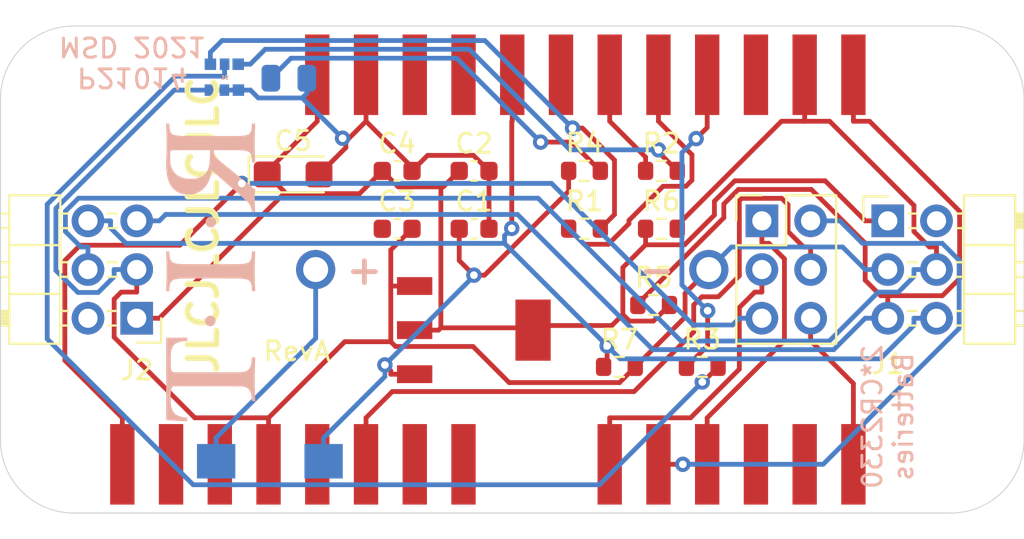
<source format=kicad_pcb>
(kicad_pcb (version 20171130) (host pcbnew "(5.1.9)-1")

  (general
    (thickness 1.6)
    (drawings 20)
    (tracks 285)
    (zones 0)
    (modules 28)
    (nets 35)
  )

  (page A4)
  (layers
    (0 F.Cu signal hide)
    (31 B.Cu signal)
    (32 B.Adhes user hide)
    (33 F.Adhes user hide)
    (34 B.Paste user)
    (35 F.Paste user hide)
    (36 B.SilkS user)
    (37 F.SilkS user hide)
    (38 B.Mask user)
    (39 F.Mask user hide)
    (40 Dwgs.User user hide)
    (41 Cmts.User user hide)
    (42 Eco1.User user hide)
    (43 Eco2.User user hide)
    (44 Edge.Cuts user)
    (45 Margin user hide)
    (46 B.CrtYd user)
    (47 F.CrtYd user hide)
    (48 B.Fab user)
    (49 F.Fab user hide)
  )

  (setup
    (last_trace_width 0.25)
    (trace_clearance 0.2)
    (zone_clearance 0.508)
    (zone_45_only no)
    (trace_min 0.2)
    (via_size 0.8)
    (via_drill 0.4)
    (via_min_size 0.4)
    (via_min_drill 0.3)
    (uvia_size 0.3)
    (uvia_drill 0.1)
    (uvias_allowed no)
    (uvia_min_size 0.2)
    (uvia_min_drill 0.1)
    (edge_width 0.05)
    (segment_width 0.2)
    (pcb_text_width 0.3)
    (pcb_text_size 1.5 1.5)
    (mod_edge_width 0.12)
    (mod_text_size 1 1)
    (mod_text_width 0.15)
    (pad_size 1.524 1.524)
    (pad_drill 0.762)
    (pad_to_mask_clearance 0)
    (aux_axis_origin 0 0)
    (visible_elements 7FFFFFFF)
    (pcbplotparams
      (layerselection 0x010fc_ffffffff)
      (usegerberextensions false)
      (usegerberattributes true)
      (usegerberadvancedattributes true)
      (creategerberjobfile true)
      (excludeedgelayer true)
      (linewidth 0.100000)
      (plotframeref false)
      (viasonmask false)
      (mode 1)
      (useauxorigin false)
      (hpglpennumber 1)
      (hpglpenspeed 20)
      (hpglpendiameter 15.000000)
      (psnegative false)
      (psa4output false)
      (plotreference true)
      (plotvalue true)
      (plotinvisibletext false)
      (padsonsilk false)
      (subtractmaskfromsilk false)
      (outputformat 1)
      (mirror false)
      (drillshape 0)
      (scaleselection 1)
      (outputdirectory "../##Gerber/RevA/"))
  )

  (net 0 "")
  (net 1 GNDREF)
  (net 2 "Net-(BT1-Pad1)")
  (net 3 +BATT)
  (net 4 +5V)
  (net 5 "Net-(C3-Pad1)")
  (net 6 "Net-(D1-Pad1)")
  (net 7 "Net-(D1-Pad3)")
  (net 8 "Net-(D1-Pad2)")
  (net 9 "Net-(D2-Pad2)")
  (net 10 /IMU_A/3v)
  (net 11 /SCL)
  (net 12 /SDA)
  (net 13 /RST)
  (net 14 /IMU_B/3v)
  (net 15 "Net-(J3-Pad1)")
  (net 16 "Net-(J3-Pad2)")
  (net 17 "Net-(J3-Pad3)")
  (net 18 "Net-(J3-Pad4)")
  (net 19 "Net-(J3-Pad5)")
  (net 20 "Net-(J3-Pad6)")
  (net 21 "Net-(J4-Pad2)")
  (net 22 "Net-(J4-Pad3)")
  (net 23 "Net-(J4-Pad5)")
  (net 24 "Net-(J4-Pad8)")
  (net 25 "Net-(J4-Pad7)")
  (net 26 "Net-(J5-Pad4)")
  (net 27 "Net-(J5-Pad3)")
  (net 28 "Net-(J5-Pad6)")
  (net 29 /Feather_Board/GREEN)
  (net 30 "Net-(J5-Pad10)")
  (net 31 /Feather_Board/RED)
  (net 32 /Feather_Board/BLUE)
  (net 33 "Net-(J6-Pad4)")
  (net 34 "Net-(J6-Pad5)")

  (net_class Default "This is the default net class."
    (clearance 0.2)
    (trace_width 0.25)
    (via_dia 0.8)
    (via_drill 0.4)
    (uvia_dia 0.3)
    (uvia_drill 0.1)
    (add_net +5V)
    (add_net +BATT)
    (add_net /Feather_Board/BLUE)
    (add_net /Feather_Board/GREEN)
    (add_net /Feather_Board/RED)
    (add_net /IMU_A/3v)
    (add_net /IMU_B/3v)
    (add_net /RST)
    (add_net /SCL)
    (add_net /SDA)
    (add_net GNDREF)
    (add_net "Net-(BT1-Pad1)")
    (add_net "Net-(C3-Pad1)")
    (add_net "Net-(D1-Pad1)")
    (add_net "Net-(D1-Pad2)")
    (add_net "Net-(D1-Pad3)")
    (add_net "Net-(D2-Pad2)")
    (add_net "Net-(J3-Pad1)")
    (add_net "Net-(J3-Pad2)")
    (add_net "Net-(J3-Pad3)")
    (add_net "Net-(J3-Pad4)")
    (add_net "Net-(J3-Pad5)")
    (add_net "Net-(J3-Pad6)")
    (add_net "Net-(J4-Pad2)")
    (add_net "Net-(J4-Pad3)")
    (add_net "Net-(J4-Pad5)")
    (add_net "Net-(J4-Pad7)")
    (add_net "Net-(J4-Pad8)")
    (add_net "Net-(J5-Pad10)")
    (add_net "Net-(J5-Pad3)")
    (add_net "Net-(J5-Pad4)")
    (add_net "Net-(J5-Pad6)")
    (add_net "Net-(J6-Pad4)")
    (add_net "Net-(J6-Pad5)")
  )

  (module 0_MSD_FPs:RIT_Logo (layer B.Cu) (tedit 0) (tstamp 615193D2)
    (at 184.44 60.31 270)
    (fp_text reference G55 (at 0 0 270) (layer B.SilkS) hide
      (effects (font (size 1.524 1.524) (thickness 0.3)) (justify mirror))
    )
    (fp_text value LOGO (at 0.41 0.16 270) (layer B.SilkS) hide
      (effects (font (size 1.524 1.524) (thickness 0.3)) (justify mirror))
    )
    (fp_poly (pts (xy 2.56208 0.280795) (xy 2.585024 0.279281) (xy 2.603573 0.27556) (xy 2.622301 0.268657)
      (xy 2.645784 0.257596) (xy 2.649952 0.255542) (xy 2.699786 0.22416) (xy 2.739648 0.185289)
      (xy 2.769555 0.140591) (xy 2.789526 0.091725) (xy 2.799578 0.040351) (xy 2.79973 -0.01187)
      (xy 2.79 -0.063277) (xy 2.770405 -0.112211) (xy 2.740964 -0.157012) (xy 2.701695 -0.196019)
      (xy 2.652615 -0.227571) (xy 2.64465 -0.231445) (xy 2.601559 -0.246331) (xy 2.552951 -0.254578)
      (xy 2.504169 -0.255697) (xy 2.460555 -0.249198) (xy 2.458241 -0.248561) (xy 2.40485 -0.226555)
      (xy 2.356606 -0.193003) (xy 2.315434 -0.149518) (xy 2.287037 -0.105187) (xy 2.277764 -0.086696)
      (xy 2.271652 -0.071134) (xy 2.268046 -0.054854) (xy 2.266287 -0.034207) (xy 2.265721 -0.005542)
      (xy 2.26568 0.013546) (xy 2.265914 0.047996) (xy 2.267036 0.072569) (xy 2.269679 0.090937)
      (xy 2.274473 0.106768) (xy 2.28205 0.12373) (xy 2.286 0.131653) (xy 2.318933 0.182421)
      (xy 2.361577 0.22495) (xy 2.411896 0.257246) (xy 2.416215 0.259339) (xy 2.43882 0.269492)
      (xy 2.457572 0.275883) (xy 2.476979 0.27937) (xy 2.50155 0.280813) (xy 2.530167 0.281076)
      (xy 2.56208 0.280795)) (layer B.SilkS) (width 0.01))
    (fp_poly (pts (xy -2.588007 0.25367) (xy -2.564049 0.252168) (xy -2.54518 0.24873) (xy -2.527173 0.242589)
      (xy -2.506114 0.233126) (xy -2.455406 0.201731) (xy -2.412526 0.159805) (xy -2.378863 0.108735)
      (xy -2.376064 0.103194) (xy -2.365941 0.08172) (xy -2.359457 0.064133) (xy -2.35582 0.046249)
      (xy -2.354233 0.023884) (xy -2.353903 -0.007146) (xy -2.353914 -0.013428) (xy -2.354364 -0.047067)
      (xy -2.35598 -0.071216) (xy -2.35946 -0.089925) (xy -2.365501 -0.107241) (xy -2.372847 -0.123222)
      (xy -2.405013 -0.175177) (xy -2.445847 -0.21799) (xy -2.493826 -0.250607) (xy -2.547426 -0.271978)
      (xy -2.60096 -0.280834) (xy -2.6307 -0.281512) (xy -2.659474 -0.280372) (xy -2.680668 -0.277724)
      (xy -2.71815 -0.26536) (xy -2.757889 -0.245024) (xy -2.794445 -0.219889) (xy -2.819133 -0.19692)
      (xy -2.853867 -0.148401) (xy -2.877282 -0.094858) (xy -2.889149 -0.03838) (xy -2.889236 0.018941)
      (xy -2.87731 0.075018) (xy -2.854765 0.125028) (xy -2.829307 0.159433) (xy -2.795241 0.192916)
      (xy -2.757133 0.221387) (xy -2.731131 0.235847) (xy -2.7116 0.244282) (xy -2.693806 0.249636)
      (xy -2.673654 0.252586) (xy -2.647045 0.253809) (xy -2.62128 0.254) (xy -2.588007 0.25367)) (layer B.SilkS) (width 0.01))
    (fp_poly (pts (xy 5.7566 2.309704) (xy 5.945957 2.309695) (xy 6.122643 2.309677) (xy 6.287094 2.309648)
      (xy 6.439749 2.309604) (xy 6.581044 2.309545) (xy 6.711417 2.309467) (xy 6.831305 2.309368)
      (xy 6.941146 2.309246) (xy 7.041378 2.309097) (xy 7.132438 2.308921) (xy 7.214763 2.308713)
      (xy 7.28879 2.308473) (xy 7.354958 2.308197) (xy 7.413703 2.307883) (xy 7.465464 2.307529)
      (xy 7.510677 2.307132) (xy 7.549779 2.306689) (xy 7.58321 2.3062) (xy 7.611405 2.30566)
      (xy 7.634802 2.305068) (xy 7.653839 2.304421) (xy 7.668954 2.303716) (xy 7.680583 2.302952)
      (xy 7.689164 2.302126) (xy 7.695134 2.301236) (xy 7.698932 2.300278) (xy 7.700994 2.299251)
      (xy 7.701758 2.298153) (xy 7.701798 2.297853) (xy 7.703354 2.281312) (xy 7.704213 2.27584)
      (xy 7.705196 2.265694) (xy 7.706606 2.244732) (xy 7.70828 2.21567) (xy 7.710054 2.181227)
      (xy 7.710712 2.167466) (xy 7.712641 2.128268) (xy 7.714679 2.090099) (xy 7.716611 2.056846)
      (xy 7.718217 2.032395) (xy 7.718502 2.028613) (xy 7.719609 2.012432) (xy 7.721334 1.984567)
      (xy 7.723569 1.946863) (xy 7.726208 1.901165) (xy 7.729145 1.849315) (xy 7.732273 1.793158)
      (xy 7.735147 1.740746) (xy 7.738348 1.682481) (xy 7.74145 1.627031) (xy 7.744348 1.57621)
      (xy 7.746936 1.531832) (xy 7.749108 1.49571) (xy 7.750759 1.469658) (xy 7.751715 1.456266)
      (xy 7.753171 1.435737) (xy 7.755 1.405358) (xy 7.756993 1.368816) (xy 7.758942 1.329797)
      (xy 7.759444 1.319106) (xy 7.764062 1.2192) (xy 7.57463 1.2192) (xy 7.570209 1.281853)
      (xy 7.567828 1.312764) (xy 7.56528 1.341305) (xy 7.562995 1.362802) (xy 7.562276 1.368213)
      (xy 7.544604 1.470945) (xy 7.523565 1.561809) (xy 7.498623 1.642188) (xy 7.469245 1.713462)
      (xy 7.434893 1.777012) (xy 7.395034 1.834218) (xy 7.370158 1.863942) (xy 7.314391 1.916607)
      (xy 7.247201 1.962316) (xy 7.16885 2.000969) (xy 7.079599 2.032464) (xy 6.979711 2.056698)
      (xy 6.869446 2.073571) (xy 6.81736 2.078665) (xy 6.793767 2.079992) (xy 6.758618 2.08114)
      (xy 6.713902 2.082083) (xy 6.661607 2.082794) (xy 6.603722 2.083247) (xy 6.542238 2.083417)
      (xy 6.479142 2.083277) (xy 6.468533 2.083221) (xy 6.399082 2.082777) (xy 6.341646 2.082263)
      (xy 6.294691 2.081608) (xy 6.256685 2.080741) (xy 6.226096 2.07959) (xy 6.201391 2.078086)
      (xy 6.181039 2.076157) (xy 6.163505 2.073731) (xy 6.147259 2.070739) (xy 6.133253 2.067682)
      (xy 6.082631 2.054486) (xy 6.042718 2.040174) (xy 6.01068 2.023507) (xy 5.98368 2.003249)
      (xy 5.981793 2.001563) (xy 5.976789 1.997502) (xy 5.972136 1.994362) (xy 5.967822 1.991659)
      (xy 5.963834 1.98891) (xy 5.960161 1.985632) (xy 5.956789 1.981341) (xy 5.953707 1.975553)
      (xy 5.950903 1.967785) (xy 5.948365 1.957553) (xy 5.94608 1.944374) (xy 5.944036 1.927764)
      (xy 5.942221 1.90724) (xy 5.940623 1.882319) (xy 5.939229 1.852516) (xy 5.938028 1.817348)
      (xy 5.937007 1.776333) (xy 5.936154 1.728985) (xy 5.935457 1.674822) (xy 5.934903 1.613361)
      (xy 5.934481 1.544116) (xy 5.934179 1.466607) (xy 5.933983 1.380347) (xy 5.933882 1.284855)
      (xy 5.933864 1.179647) (xy 5.933916 1.064238) (xy 5.934027 0.938146) (xy 5.934184 0.800888)
      (xy 5.934375 0.651978) (xy 5.934587 0.490935) (xy 5.93481 0.317274) (xy 5.935012 0.145626)
      (xy 5.935221 -0.037984) (xy 5.935423 -0.208547) (xy 5.935623 -0.366565) (xy 5.935824 -0.512536)
      (xy 5.936031 -0.646961) (xy 5.936247 -0.770341) (xy 5.936476 -0.883175) (xy 5.936723 -0.985964)
      (xy 5.936991 -1.079208) (xy 5.937284 -1.163406) (xy 5.937606 -1.23906) (xy 5.937961 -1.30667)
      (xy 5.938354 -1.366735) (xy 5.938787 -1.419755) (xy 5.939264 -1.466232) (xy 5.939791 -1.506665)
      (xy 5.94037 -1.541555) (xy 5.941006 -1.571401) (xy 5.941703 -1.596703) (xy 5.942464 -1.617963)
      (xy 5.943293 -1.63568) (xy 5.944195 -1.650354) (xy 5.945173 -1.662486) (xy 5.946231 -1.672575)
      (xy 5.947374 -1.681123) (xy 5.948605 -1.688628) (xy 5.949482 -1.693334) (xy 5.968629 -1.775041)
      (xy 5.992473 -1.84512) (xy 6.021822 -1.904919) (xy 6.057485 -1.955786) (xy 6.100269 -1.999071)
      (xy 6.150983 -2.03612) (xy 6.157254 -2.039978) (xy 6.216256 -2.069844) (xy 6.287584 -2.09569)
      (xy 6.370585 -2.117369) (xy 6.464605 -2.134737) (xy 6.568989 -2.147649) (xy 6.678507 -2.155725)
      (xy 6.708987 -2.157307) (xy 6.710903 -2.237878) (xy 6.71282 -2.318449) (xy 6.48061 -2.313912)
      (xy 6.422039 -2.312716) (xy 6.364494 -2.311447) (xy 6.310224 -2.310161) (xy 6.261477 -2.308914)
      (xy 6.220501 -2.307764) (xy 6.189545 -2.306765) (xy 6.17728 -2.306288) (xy 6.000913 -2.299764)
      (xy 5.824412 -2.295567) (xy 5.645381 -2.293695) (xy 5.461423 -2.294147) (xy 5.270141 -2.296921)
      (xy 5.069139 -2.302015) (xy 4.961467 -2.305529) (xy 4.923441 -2.306761) (xy 4.875015 -2.308182)
      (xy 4.819336 -2.309709) (xy 4.759548 -2.311257) (xy 4.698795 -2.312744) (xy 4.641427 -2.314058)
      (xy 4.436533 -2.318566) (xy 4.436533 -2.15392) (xy 4.482253 -2.153437) (xy 4.510816 -2.15275)
      (xy 4.538286 -2.15146) (xy 4.555067 -2.150179) (xy 4.651579 -2.138884) (xy 4.735917 -2.125832)
      (xy 4.809383 -2.110608) (xy 4.873283 -2.092797) (xy 4.92892 -2.071984) (xy 4.977601 -2.047754)
      (xy 5.020628 -2.019692) (xy 5.055294 -1.991095) (xy 5.093891 -1.950633) (xy 5.126157 -1.904981)
      (xy 5.152577 -1.852793) (xy 5.173634 -1.792724) (xy 5.189812 -1.723425) (xy 5.201596 -1.643552)
      (xy 5.208635 -1.56464) (xy 5.209351 -1.547137) (xy 5.210033 -1.516459) (xy 5.21068 -1.472977)
      (xy 5.211291 -1.417064) (xy 5.211865 -1.34909) (xy 5.2124 -1.269427) (xy 5.212895 -1.178447)
      (xy 5.213348 -1.076521) (xy 5.213759 -0.964021) (xy 5.214124 -0.841318) (xy 5.214444 -0.708785)
      (xy 5.214717 -0.566792) (xy 5.214942 -0.415711) (xy 5.215116 -0.255913) (xy 5.215239 -0.087771)
      (xy 5.215309 0.088344) (xy 5.215326 0.220775) (xy 5.215337 0.401885) (xy 5.215353 0.569946)
      (xy 5.215364 0.725457) (xy 5.21536 0.868915) (xy 5.21533 1.00082) (xy 5.215264 1.121669)
      (xy 5.21515 1.23196) (xy 5.214979 1.332192) (xy 5.21474 1.422862) (xy 5.214422 1.50447)
      (xy 5.214014 1.577512) (xy 5.213507 1.642488) (xy 5.21289 1.699896) (xy 5.212151 1.750233)
      (xy 5.211281 1.793997) (xy 5.210268 1.831688) (xy 5.209103 1.863803) (xy 5.207774 1.89084)
      (xy 5.206272 1.913298) (xy 5.204585 1.931674) (xy 5.202703 1.946467) (xy 5.200616 1.958175)
      (xy 5.198312 1.967297) (xy 5.195782 1.974329) (xy 5.193014 1.979772) (xy 5.189999 1.984122)
      (xy 5.186725 1.987877) (xy 5.183182 1.991537) (xy 5.17936 1.9956) (xy 5.177628 1.997593)
      (xy 5.155369 2.016966) (xy 5.122767 2.035975) (xy 5.082979 2.05313) (xy 5.039161 2.066938)
      (xy 5.022427 2.070929) (xy 5.008425 2.073667) (xy 4.993035 2.075951) (xy 4.974955 2.077819)
      (xy 4.952882 2.079311) (xy 4.925512 2.080465) (xy 4.891543 2.081322) (xy 4.849673 2.08192)
      (xy 4.798598 2.082298) (xy 4.737016 2.082496) (xy 4.663624 2.082553) (xy 4.636347 2.082548)
      (xy 4.549412 2.082402) (xy 4.474492 2.081985) (xy 4.410059 2.081217) (xy 4.354581 2.08002)
      (xy 4.30653 2.078313) (xy 4.264375 2.076018) (xy 4.226586 2.073055) (xy 4.191635 2.069347)
      (xy 4.15799 2.064813) (xy 4.124123 2.059375) (xy 4.098 2.054719) (xy 4.006328 2.032957)
      (xy 3.925227 2.003207) (xy 3.854064 1.965097) (xy 3.792207 1.918254) (xy 3.739022 1.862306)
      (xy 3.71411 1.8288) (xy 3.68124 1.773578) (xy 3.652863 1.710347) (xy 3.628745 1.638203)
      (xy 3.608653 1.556238) (xy 3.592355 1.463549) (xy 3.579618 1.35923) (xy 3.572672 1.278466)
      (xy 3.56833 1.2192) (xy 3.406987 1.2192) (xy 3.406987 2.309706) (xy 5.554133 2.309706)
      (xy 5.7566 2.309704)) (layer B.SilkS) (width 0.01))
    (fp_poly (pts (xy 0.97536 2.147146) (xy 0.889 2.147127) (xy 0.787702 2.143713) (xy 0.697803 2.133383)
      (xy 0.618936 2.115942) (xy 0.550736 2.091189) (xy 0.492837 2.058927) (xy 0.444871 2.018957)
      (xy 0.406475 1.971081) (xy 0.37728 1.915101) (xy 0.359196 1.860099) (xy 0.34646 1.801172)
      (xy 0.335233 1.730494) (xy 0.325724 1.649797) (xy 0.318141 1.560812) (xy 0.313367 1.479973)
      (xy 0.31286 1.462578) (xy 0.312366 1.432329) (xy 0.311888 1.389919) (xy 0.311429 1.336042)
      (xy 0.31099 1.271389) (xy 0.310574 1.196654) (xy 0.310183 1.112529) (xy 0.30982 1.019708)
      (xy 0.309488 0.918884) (xy 0.309187 0.810749) (xy 0.308922 0.695996) (xy 0.308693 0.575318)
      (xy 0.308504 0.449408) (xy 0.308357 0.318959) (xy 0.308254 0.184664) (xy 0.308197 0.047215)
      (xy 0.308187 -0.044027) (xy 0.30819 -0.212706) (xy 0.308208 -0.368436) (xy 0.308252 -0.511814)
      (xy 0.308331 -0.643436) (xy 0.308456 -0.7639) (xy 0.308639 -0.873804) (xy 0.308889 -0.973743)
      (xy 0.309217 -1.064315) (xy 0.309635 -1.146118) (xy 0.310152 -1.219749) (xy 0.31078 -1.285804)
      (xy 0.311529 -1.344881) (xy 0.312409 -1.397577) (xy 0.313431 -1.444489) (xy 0.314607 -1.486214)
      (xy 0.315946 -1.52335) (xy 0.317459 -1.556493) (xy 0.319157 -1.58624) (xy 0.321051 -1.61319)
      (xy 0.323151 -1.637938) (xy 0.325467 -1.661082) (xy 0.328011 -1.683219) (xy 0.330794 -1.704947)
      (xy 0.333825 -1.726862) (xy 0.337115 -1.749562) (xy 0.338813 -1.761067) (xy 0.349884 -1.826482)
      (xy 0.362445 -1.880592) (xy 0.377395 -1.925628) (xy 0.395633 -1.963819) (xy 0.418059 -1.997395)
      (xy 0.445572 -2.028585) (xy 0.447496 -2.030521) (xy 0.484036 -2.062147) (xy 0.525814 -2.088576)
      (xy 0.574115 -2.110183) (xy 0.63022 -2.127342) (xy 0.695414 -2.140428) (xy 0.770981 -2.149816)
      (xy 0.858204 -2.155879) (xy 0.880533 -2.156863) (xy 0.914128 -2.158202) (xy 0.942428 -2.159334)
      (xy 0.962907 -2.160157) (xy 0.973038 -2.16057) (xy 0.973667 -2.160598) (xy 0.974333 -2.166965)
      (xy 0.974876 -2.1842) (xy 0.975238 -2.209625) (xy 0.97536 -2.238587) (xy 0.97536 -2.31648)
      (xy 0.914033 -2.31648) (xy 0.895585 -2.316271) (xy 0.865109 -2.315673) (xy 0.824118 -2.314728)
      (xy 0.774124 -2.31348) (xy 0.716639 -2.311973) (xy 0.653176 -2.310248) (xy 0.585247 -2.308349)
      (xy 0.514365 -2.306319) (xy 0.442041 -2.304202) (xy 0.369788 -2.302039) (xy 0.299118 -2.299875)
      (xy 0.231544 -2.297753) (xy 0.168578 -2.295715) (xy 0.111732 -2.293804) (xy 0.08441 -2.292851)
      (xy 0.051754 -2.292179) (xy 0.007424 -2.291993) (xy -0.046719 -2.292258) (xy -0.108813 -2.292938)
      (xy -0.176995 -2.293998) (xy -0.249403 -2.295402) (xy -0.324175 -2.297114) (xy -0.39945 -2.299098)
      (xy -0.473364 -2.301319) (xy -0.544057 -2.303741) (xy -0.602827 -2.306039) (xy -0.630183 -2.307045)
      (xy -0.668486 -2.308258) (xy -0.71514 -2.309605) (xy -0.767546 -2.311014) (xy -0.823109 -2.312413)
      (xy -0.879231 -2.313731) (xy -0.885613 -2.313874) (xy -1.090507 -2.318452) (xy -1.090507 -2.162681)
      (xy -1.038685 -2.158301) (xy -1.004396 -2.156002) (xy -0.966994 -2.154401) (xy -0.938778 -2.15388)
      (xy -0.884729 -2.151125) (xy -0.825016 -2.143595) (xy -0.765559 -2.13227) (xy -0.712279 -2.118131)
      (xy -0.701581 -2.114605) (xy -0.635629 -2.085834) (xy -0.580247 -2.048613) (xy -0.535385 -2.002897)
      (xy -0.500989 -1.948642) (xy -0.496704 -1.939709) (xy -0.482228 -1.900662) (xy -0.468859 -1.849115)
      (xy -0.456759 -1.78608) (xy -0.446086 -1.712569) (xy -0.437 -1.629596) (xy -0.429662 -1.538173)
      (xy -0.4273 -1.500294) (xy -0.426735 -1.483613) (xy -0.42621 -1.454411) (xy -0.425726 -1.413452)
      (xy -0.425282 -1.361498) (xy -0.424877 -1.29931) (xy -0.42451 -1.227653) (xy -0.424183 -1.147286)
      (xy -0.423893 -1.058975) (xy -0.423641 -0.96348) (xy -0.423426 -0.861564) (xy -0.423248 -0.753989)
      (xy -0.423106 -0.641519) (xy -0.423 -0.524915) (xy -0.42293 -0.40494) (xy -0.422894 -0.282356)
      (xy -0.422894 -0.157926) (xy -0.422927 -0.032412) (xy -0.422995 0.093424) (xy -0.423095 0.218819)
      (xy -0.423229 0.34301) (xy -0.423395 0.465236) (xy -0.423593 0.584733) (xy -0.423823 0.70074)
      (xy -0.424084 0.812493) (xy -0.424376 0.919232) (xy -0.424698 1.020192) (xy -0.42505 1.114612)
      (xy -0.425431 1.201729) (xy -0.425842 1.280781) (xy -0.426281 1.351006) (xy -0.426749 1.411641)
      (xy -0.427244 1.461923) (xy -0.427767 1.50109) (xy -0.428317 1.52838) (xy -0.428893 1.54303)
      (xy -0.429005 1.54432) (xy -0.431805 1.570851) (xy -0.435357 1.605247) (xy -0.439085 1.641891)
      (xy -0.440851 1.659466) (xy -0.451554 1.747653) (xy -0.464778 1.82289) (xy -0.480611 1.885555)
      (xy -0.499143 1.936026) (xy -0.512409 1.962014) (xy -0.533456 1.99068) (xy -0.562942 2.021399)
      (xy -0.596941 2.050688) (xy -0.631527 2.075067) (xy -0.653491 2.087116) (xy -0.718515 2.11168)
      (xy -0.794732 2.129928) (xy -0.881277 2.141712) (xy -0.977282 2.146884) (xy -1.004147 2.147127)
      (xy -1.090507 2.147146) (xy -1.090507 2.311541) (xy -0.946573 2.307137) (xy -0.822574 2.3033)
      (xy -0.705308 2.299576) (xy -0.589086 2.295782) (xy -0.468213 2.291732) (xy -0.39624 2.289278)
      (xy -0.352809 2.28811) (xy -0.299967 2.28721) (xy -0.239648 2.28657) (xy -0.173785 2.286181)
      (xy -0.104314 2.286035) (xy -0.033167 2.286125) (xy 0.037719 2.286441) (xy 0.106412 2.286976)
      (xy 0.170977 2.287722) (xy 0.22948 2.288669) (xy 0.279986 2.289811) (xy 0.320562 2.291138)
      (xy 0.346257 2.292436) (xy 0.368094 2.293579) (xy 0.400633 2.294906) (xy 0.441028 2.29632)
      (xy 0.486439 2.297723) (xy 0.534021 2.299016) (xy 0.54864 2.299377) (xy 0.604536 2.300775)
      (xy 0.666832 2.302423) (xy 0.730454 2.304182) (xy 0.790326 2.30591) (xy 0.8382 2.307367)
      (xy 0.97536 2.311693) (xy 0.97536 2.147146)) (layer B.SilkS) (width 0.01))
    (fp_poly (pts (xy -7.601373 2.307178) (xy -7.556845 2.305972) (xy -7.501524 2.304477) (xy -7.438159 2.302769)
      (xy -7.369497 2.30092) (xy -7.298288 2.299005) (xy -7.227281 2.297098) (xy -7.1628 2.295368)
      (xy -7.014933 2.291865) (xy -6.8695 2.28932) (xy -6.728279 2.28774) (xy -6.593046 2.287132)
      (xy -6.465577 2.287501) (xy -6.34765 2.288854) (xy -6.24104 2.291199) (xy -6.21792 2.291891)
      (xy -6.168204 2.293515) (xy -6.122247 2.295111) (xy -6.081992 2.296607) (xy -6.049383 2.297925)
      (xy -6.026363 2.298992) (xy -6.014878 2.299731) (xy -6.01472 2.299749) (xy -6.003956 2.300378)
      (xy -5.981422 2.301236) (xy -5.948891 2.30227) (xy -5.908138 2.30343) (xy -5.860936 2.304663)
      (xy -5.809059 2.305917) (xy -5.78104 2.306556) (xy -5.597796 2.30754) (xy -5.426209 2.301996)
      (xy -5.266027 2.28985) (xy -5.116999 2.27103) (xy -4.978872 2.245462) (xy -4.851394 2.213074)
      (xy -4.734314 2.173793) (xy -4.627378 2.127545) (xy -4.530336 2.074258) (xy -4.442934 2.01386)
      (xy -4.364921 1.946276) (xy -4.302094 1.878729) (xy -4.244164 1.802532) (xy -4.195633 1.722748)
      (xy -4.1556 1.637357) (xy -4.123165 1.544339) (xy -4.097428 1.441675) (xy -4.089651 1.40208)
      (xy -4.083464 1.35843) (xy -4.078798 1.30511) (xy -4.075675 1.245242) (xy -4.074116 1.181944)
      (xy -4.074144 1.118336) (xy -4.075779 1.057539) (xy -4.079044 1.002672) (xy -4.08396 0.956855)
      (xy -4.086443 0.941493) (xy -4.107799 0.842303) (xy -4.134072 0.752749) (xy -4.166493 0.669432)
      (xy -4.20629 0.588953) (xy -4.227368 0.552026) (xy -4.292272 0.455939) (xy -4.368498 0.367105)
      (xy -4.455785 0.285757) (xy -4.553871 0.212127) (xy -4.662491 0.146447) (xy -4.716931 0.118477)
      (xy -4.778733 0.089625) (xy -4.83859 0.064525) (xy -4.898614 0.042594) (xy -4.960912 0.02325)
      (xy -5.027594 0.005911) (xy -5.100769 -0.010004) (xy -5.182547 -0.025078) (xy -5.275035 -0.039893)
      (xy -5.30926 -0.044969) (xy -5.3239 -0.047886) (xy -5.327231 -0.052187) (xy -5.322048 -0.059698)
      (xy -5.316412 -0.066172) (xy -5.302429 -0.082223) (xy -5.280652 -0.107212) (xy -5.251635 -0.140506)
      (xy -5.215932 -0.181467) (xy -5.174098 -0.229461) (xy -5.126687 -0.283852) (xy -5.074253 -0.344003)
      (xy -5.017349 -0.40928) (xy -4.956531 -0.479046) (xy -4.892352 -0.552666) (xy -4.825367 -0.629504)
      (xy -4.77186 -0.69088) (xy -4.697975 -0.775637) (xy -4.623093 -0.86155) (xy -4.548096 -0.947605)
      (xy -4.47387 -1.032786) (xy -4.401299 -1.116078) (xy -4.331267 -1.196466) (xy -4.264659 -1.272936)
      (xy -4.202358 -1.344471) (xy -4.145249 -1.410057) (xy -4.094217 -1.468678) (xy -4.050145 -1.51932)
      (xy -4.013917 -1.560967) (xy -4.007779 -1.568027) (xy -3.937116 -1.648929) (xy -3.874344 -1.719968)
      (xy -3.81883 -1.781807) (xy -3.769939 -1.835111) (xy -3.727038 -1.880545) (xy -3.689493 -1.918773)
      (xy -3.65667 -1.95046) (xy -3.627937 -1.97627) (xy -3.60266 -1.996868) (xy -3.589867 -2.00631)
      (xy -3.51312 -2.053249) (xy -3.426675 -2.092101) (xy -3.329952 -2.123095) (xy -3.24612 -2.142131)
      (xy -3.16992 -2.156713) (xy -3.16992 -2.31648) (xy -3.21564 -2.31635) (xy -3.237817 -2.315942)
      (xy -3.270178 -2.314894) (xy -3.309382 -2.313337) (xy -3.35209 -2.3114) (xy -3.38328 -2.309836)
      (xy -3.475202 -2.305095) (xy -3.555238 -2.301171) (xy -3.625023 -2.298055) (xy -3.686194 -2.295738)
      (xy -3.740387 -2.294208) (xy -3.789236 -2.293457) (xy -3.834377 -2.293475) (xy -3.877446 -2.294252)
      (xy -3.920079 -2.295777) (xy -3.963912 -2.298042) (xy -4.010579 -2.301036) (xy -4.061716 -2.30475)
      (xy -4.07416 -2.305696) (xy -4.098611 -2.307326) (xy -4.132556 -2.309266) (xy -4.171952 -2.311299)
      (xy -4.212758 -2.313209) (xy -4.223173 -2.313662) (xy -4.324773 -2.318003) (xy -4.477546 -2.129282)
      (xy -4.501089 -2.100171) (xy -4.532441 -2.061363) (xy -4.570914 -2.01371) (xy -4.615819 -1.958065)
      (xy -4.66647 -1.895281) (xy -4.722177 -1.826212) (xy -4.782254 -1.751709) (xy -4.846013 -1.672627)
      (xy -4.912765 -1.589817) (xy -4.981823 -1.504134) (xy -5.052499 -1.41643) (xy -5.124105 -1.327559)
      (xy -5.195029 -1.23952) (xy -5.291376 -1.119937) (xy -5.379633 -1.010457) (xy -5.460184 -0.910613)
      (xy -5.533415 -0.819942) (xy -5.599711 -0.737979) (xy -5.659459 -0.664258) (xy -5.713043 -0.598316)
      (xy -5.76085 -0.539687) (xy -5.803264 -0.487906) (xy -5.840671 -0.442509) (xy -5.873457 -0.403031)
      (xy -5.902008 -0.369006) (xy -5.926708 -0.339971) (xy -5.947943 -0.315459) (xy -5.9661 -0.295008)
      (xy -5.981562 -0.278151) (xy -5.994717 -0.264424) (xy -6.005949 -0.253361) (xy -6.015644 -0.244499)
      (xy -6.024187 -0.237373) (xy -6.029736 -0.233134) (xy -6.058604 -0.214095) (xy -6.088861 -0.199225)
      (xy -6.122975 -0.187851) (xy -6.163413 -0.179301) (xy -6.212642 -0.172902) (xy -6.267547 -0.168356)
      (xy -6.309201 -0.165709) (xy -6.339294 -0.164326) (xy -6.359758 -0.164241) (xy -6.372523 -0.165484)
      (xy -6.379519 -0.168089) (xy -6.38171 -0.17026) (xy -6.382684 -0.178379) (xy -6.383499 -0.198929)
      (xy -6.384161 -0.230795) (xy -6.384676 -0.272863) (xy -6.385051 -0.324019) (xy -6.38529 -0.383146)
      (xy -6.3854 -0.449132) (xy -6.385387 -0.520861) (xy -6.385258 -0.597218) (xy -6.385017 -0.67709)
      (xy -6.384672 -0.75936) (xy -6.384228 -0.842916) (xy -6.383691 -0.926641) (xy -6.383068 -1.009422)
      (xy -6.382363 -1.090143) (xy -6.381584 -1.167691) (xy -6.380736 -1.24095) (xy -6.379825 -1.308806)
      (xy -6.378858 -1.370144) (xy -6.37784 -1.42385) (xy -6.376778 -1.468808) (xy -6.375676 -1.503905)
      (xy -6.374543 -1.528026) (xy -6.37436 -1.530774) (xy -6.36761 -1.618965) (xy -6.360628 -1.694799)
      (xy -6.353246 -1.759467) (xy -6.345299 -1.814157) (xy -6.336622 -1.860059) (xy -6.327047 -1.898363)
      (xy -6.319966 -1.920599) (xy -6.294804 -1.976878) (xy -6.261605 -2.023937) (xy -6.219225 -2.062833)
      (xy -6.16652 -2.09462) (xy -6.104318 -2.119705) (xy -6.067026 -2.13052) (xy -6.025656 -2.139292)
      (xy -5.978075 -2.146312) (xy -5.922152 -2.15187) (xy -5.855754 -2.156254) (xy -5.823373 -2.157854)
      (xy -5.73024 -2.162081) (xy -5.73024 -2.318395) (xy -5.914813 -2.313905) (xy -5.968316 -2.312544)
      (xy -6.021712 -2.311076) (xy -6.072195 -2.309587) (xy -6.116957 -2.308161) (xy -6.153193 -2.306885)
      (xy -6.173893 -2.306041) (xy -6.240965 -2.303241) (xy -6.313071 -2.300659) (xy -6.388186 -2.298335)
      (xy -6.464285 -2.296308) (xy -6.539341 -2.29462) (xy -6.61133 -2.293311) (xy -6.678226 -2.292422)
      (xy -6.738003 -2.291993) (xy -6.788635 -2.292064) (xy -6.828098 -2.292677) (xy -6.833462 -2.292835)
      (xy -6.905387 -2.295111) (xy -6.981213 -2.297445) (xy -7.05958 -2.299799) (xy -7.139129 -2.302138)
      (xy -7.218503 -2.304423) (xy -7.296341 -2.306619) (xy -7.371285 -2.308686) (xy -7.441976 -2.31059)
      (xy -7.507055 -2.312291) (xy -7.565163 -2.313754) (xy -7.614942 -2.314941) (xy -7.655032 -2.315815)
      (xy -7.684075 -2.316338) (xy -7.698871 -2.31648) (xy -7.76224 -2.31648) (xy -7.76224 -2.162681)
      (xy -7.710418 -2.158301) (xy -7.676129 -2.156002) (xy -7.638727 -2.154401) (xy -7.610512 -2.15388)
      (xy -7.580886 -2.152736) (xy -7.54452 -2.149731) (xy -7.508 -2.145441) (xy -7.49808 -2.144003)
      (xy -7.418202 -2.127922) (xy -7.349914 -2.105583) (xy -7.292527 -2.076442) (xy -7.245349 -2.039959)
      (xy -7.207691 -1.995591) (xy -7.178862 -1.942796) (xy -7.15817 -1.881031) (xy -7.156974 -1.876214)
      (xy -7.14811 -1.832859) (xy -7.139639 -1.778201) (xy -7.131784 -1.714481) (xy -7.12477 -1.643939)
      (xy -7.118821 -1.568819) (xy -7.114162 -1.491361) (xy -7.111178 -1.419014) (xy -7.110754 -1.398364)
      (xy -7.110368 -1.365133) (xy -7.110021 -1.320135) (xy -7.109711 -1.264185) (xy -7.109439 -1.198098)
      (xy -7.109202 -1.122689) (xy -7.109001 -1.038773) (xy -7.108835 -0.947166) (xy -7.108702 -0.848682)
      (xy -7.108603 -0.744136) (xy -7.108536 -0.634343) (xy -7.108501 -0.520119) (xy -7.108497 -0.402277)
      (xy -7.108523 -0.281634) (xy -7.108578 -0.159005) (xy -7.108662 -0.035203) (xy -7.108775 0.088955)
      (xy -7.108914 0.212655) (xy -7.10908 0.335081) (xy -7.109272 0.45542) (xy -7.109335 0.489825)
      (xy -6.386207 0.489825) (xy -6.38618 0.40166) (xy -6.386111 0.320976) (xy -6.386 0.248537)
      (xy -6.385849 0.185105) (xy -6.385658 0.131443) (xy -6.385428 0.088313) (xy -6.385161 0.056478)
      (xy -6.384856 0.0367) (xy -6.384532 0.02977) (xy -6.378401 0.026422) (xy -6.362355 0.024411)
      (xy -6.335263 0.023672) (xy -6.295998 0.024143) (xy -6.287863 0.024343) (xy -6.25262 0.025225)
      (xy -6.207415 0.026301) (xy -6.155829 0.02749) (xy -6.101445 0.028709) (xy -6.047845 0.029876)
      (xy -6.031653 0.030221) (xy -5.883841 0.036216) (xy -5.74804 0.047875) (xy -5.623835 0.065475)
      (xy -5.510807 0.089293) (xy -5.408541 0.119608) (xy -5.316618 0.156695) (xy -5.234622 0.200833)
      (xy -5.162134 0.252298) (xy -5.098739 0.311368) (xy -5.044018 0.37832) (xy -4.997555 0.453432)
      (xy -4.958933 0.53698) (xy -4.927733 0.629242) (xy -4.903539 0.730495) (xy -4.893629 0.786537)
      (xy -4.888251 0.829847) (xy -4.883901 0.883184) (xy -4.880668 0.94306) (xy -4.878641 1.005986)
      (xy -4.877909 1.068475) (xy -4.878559 1.127039) (xy -4.880681 1.178191) (xy -4.882965 1.206538)
      (xy -4.901305 1.329598) (xy -4.929934 1.445144) (xy -4.968555 1.552764) (xy -5.016871 1.652051)
      (xy -5.074583 1.742593) (xy -5.141394 1.823983) (xy -5.217007 1.895809) (xy -5.301124 1.957664)
      (xy -5.393447 2.009137) (xy -5.493679 2.049818) (xy -5.49656 2.050786) (xy -5.5382 2.063946)
      (xy -5.578771 2.074997) (xy -5.619943 2.084117) (xy -5.663387 2.091485) (xy -5.710772 2.097278)
      (xy -5.763769 2.101673) (xy -5.824046 2.10485) (xy -5.893275 2.106985) (xy -5.973125 2.108257)
      (xy -6.040528 2.10875) (xy -6.108593 2.109037) (xy -6.164491 2.109078) (xy -6.209602 2.108673)
      (xy -6.245307 2.107624) (xy -6.272985 2.10573) (xy -6.294016 2.102791) (xy -6.30978 2.098609)
      (xy -6.321658 2.092984) (xy -6.331029 2.085716) (xy -6.339273 2.076605) (xy -6.34777 2.065453)
      (xy -6.348715 2.06418) (xy -6.353475 2.057988) (xy -6.357785 2.052418) (xy -6.361667 2.046801)
      (xy -6.365146 2.040468) (xy -6.368244 2.03275) (xy -6.370986 2.022979) (xy -6.373395 2.010484)
      (xy -6.375495 1.994598) (xy -6.377309 1.97465) (xy -6.378861 1.949973) (xy -6.380174 1.919896)
      (xy -6.381273 1.883752) (xy -6.38218 1.84087) (xy -6.382919 1.790582) (xy -6.383514 1.732219)
      (xy -6.383989 1.665111) (xy -6.384367 1.588591) (xy -6.384671 1.501988) (xy -6.384926 1.404634)
      (xy -6.385154 1.295859) (xy -6.38538 1.174995) (xy -6.385627 1.041373) (xy -6.385674 1.016192)
      (xy -6.385873 0.902055) (xy -6.386024 0.791588) (xy -6.38613 0.685552) (xy -6.38619 0.58471)
      (xy -6.386207 0.489825) (xy -7.109335 0.489825) (xy -7.109489 0.572854) (xy -7.10973 0.686571)
      (xy -7.109994 0.795754) (xy -7.110282 0.899588) (xy -7.110591 0.997259) (xy -7.110922 1.087952)
      (xy -7.111273 1.170852) (xy -7.111644 1.245142) (xy -7.112035 1.31001) (xy -7.112443 1.364639)
      (xy -7.112869 1.408214) (xy -7.113313 1.439921) (xy -7.113772 1.458944) (xy -7.113799 1.459653)
      (xy -7.119756 1.572708) (xy -7.128005 1.673477) (xy -7.138516 1.76176) (xy -7.151257 1.837355)
      (xy -7.166199 1.900061) (xy -7.183309 1.949677) (xy -7.191492 1.96726) (xy -7.206136 1.989179)
      (xy -7.228334 2.014982) (xy -7.254419 2.040966) (xy -7.280725 2.063427) (xy -7.299585 2.076441)
      (xy -7.347041 2.099906) (xy -7.401303 2.11831) (xy -7.46373 2.131912) (xy -7.535675 2.140968)
      (xy -7.618496 2.145737) (xy -7.669107 2.146625) (xy -7.76224 2.147146) (xy -7.76224 2.311543)
      (xy -7.601373 2.307178)) (layer B.SilkS) (width 0.01))
  )

  (module Connector_PinHeader_2.54mm:PinHeader_2x03_P2.54mm_Horizontal (layer F.Cu) (tedit 59FED5CB) (tstamp 61516C09)
    (at 180.59 62.7 180)
    (descr "Through hole angled pin header, 2x03, 2.54mm pitch, 6mm pin length, double rows")
    (tags "Through hole angled pin header THT 2x03 2.54mm double row")
    (path /614AE184/614AF895)
    (fp_text reference J2 (at 0 -2.71) (layer F.SilkS)
      (effects (font (size 1 1) (thickness 0.15)))
    )
    (fp_text value Conn_01x06_Male (at 5.22 5.49) (layer F.Fab)
      (effects (font (size 1 1) (thickness 0.15)))
    )
    (fp_line (start 13.1 -1.8) (end -1.8 -1.8) (layer F.CrtYd) (width 0.05))
    (fp_line (start 13.1 6.85) (end 13.1 -1.8) (layer F.CrtYd) (width 0.05))
    (fp_line (start -1.8 6.85) (end 13.1 6.85) (layer F.CrtYd) (width 0.05))
    (fp_line (start -1.8 -1.8) (end -1.8 6.85) (layer F.CrtYd) (width 0.05))
    (fp_line (start -1.27 -1.27) (end 0 -1.27) (layer F.SilkS) (width 0.12))
    (fp_line (start -1.27 0) (end -1.27 -1.27) (layer F.SilkS) (width 0.12))
    (fp_line (start 1.042929 5.46) (end 1.497071 5.46) (layer F.SilkS) (width 0.12))
    (fp_line (start 1.042929 4.7) (end 1.497071 4.7) (layer F.SilkS) (width 0.12))
    (fp_line (start 3.582929 5.46) (end 3.98 5.46) (layer F.SilkS) (width 0.12))
    (fp_line (start 3.582929 4.7) (end 3.98 4.7) (layer F.SilkS) (width 0.12))
    (fp_line (start 12.64 5.46) (end 6.64 5.46) (layer F.SilkS) (width 0.12))
    (fp_line (start 12.64 4.7) (end 12.64 5.46) (layer F.SilkS) (width 0.12))
    (fp_line (start 6.64 4.7) (end 12.64 4.7) (layer F.SilkS) (width 0.12))
    (fp_line (start 3.98 3.81) (end 6.64 3.81) (layer F.SilkS) (width 0.12))
    (fp_line (start 1.042929 2.92) (end 1.497071 2.92) (layer F.SilkS) (width 0.12))
    (fp_line (start 1.042929 2.16) (end 1.497071 2.16) (layer F.SilkS) (width 0.12))
    (fp_line (start 3.582929 2.92) (end 3.98 2.92) (layer F.SilkS) (width 0.12))
    (fp_line (start 3.582929 2.16) (end 3.98 2.16) (layer F.SilkS) (width 0.12))
    (fp_line (start 12.64 2.92) (end 6.64 2.92) (layer F.SilkS) (width 0.12))
    (fp_line (start 12.64 2.16) (end 12.64 2.92) (layer F.SilkS) (width 0.12))
    (fp_line (start 6.64 2.16) (end 12.64 2.16) (layer F.SilkS) (width 0.12))
    (fp_line (start 3.98 1.27) (end 6.64 1.27) (layer F.SilkS) (width 0.12))
    (fp_line (start 1.11 0.38) (end 1.497071 0.38) (layer F.SilkS) (width 0.12))
    (fp_line (start 1.11 -0.38) (end 1.497071 -0.38) (layer F.SilkS) (width 0.12))
    (fp_line (start 3.582929 0.38) (end 3.98 0.38) (layer F.SilkS) (width 0.12))
    (fp_line (start 3.582929 -0.38) (end 3.98 -0.38) (layer F.SilkS) (width 0.12))
    (fp_line (start 6.64 0.28) (end 12.64 0.28) (layer F.SilkS) (width 0.12))
    (fp_line (start 6.64 0.16) (end 12.64 0.16) (layer F.SilkS) (width 0.12))
    (fp_line (start 6.64 0.04) (end 12.64 0.04) (layer F.SilkS) (width 0.12))
    (fp_line (start 6.64 -0.08) (end 12.64 -0.08) (layer F.SilkS) (width 0.12))
    (fp_line (start 6.64 -0.2) (end 12.64 -0.2) (layer F.SilkS) (width 0.12))
    (fp_line (start 6.64 -0.32) (end 12.64 -0.32) (layer F.SilkS) (width 0.12))
    (fp_line (start 12.64 0.38) (end 6.64 0.38) (layer F.SilkS) (width 0.12))
    (fp_line (start 12.64 -0.38) (end 12.64 0.38) (layer F.SilkS) (width 0.12))
    (fp_line (start 6.64 -0.38) (end 12.64 -0.38) (layer F.SilkS) (width 0.12))
    (fp_line (start 6.64 -1.33) (end 3.98 -1.33) (layer F.SilkS) (width 0.12))
    (fp_line (start 6.64 6.41) (end 6.64 -1.33) (layer F.SilkS) (width 0.12))
    (fp_line (start 3.98 6.41) (end 6.64 6.41) (layer F.SilkS) (width 0.12))
    (fp_line (start 3.98 -1.33) (end 3.98 6.41) (layer F.SilkS) (width 0.12))
    (fp_line (start 6.58 5.4) (end 12.58 5.4) (layer F.Fab) (width 0.1))
    (fp_line (start 12.58 4.76) (end 12.58 5.4) (layer F.Fab) (width 0.1))
    (fp_line (start 6.58 4.76) (end 12.58 4.76) (layer F.Fab) (width 0.1))
    (fp_line (start -0.32 5.4) (end 4.04 5.4) (layer F.Fab) (width 0.1))
    (fp_line (start -0.32 4.76) (end -0.32 5.4) (layer F.Fab) (width 0.1))
    (fp_line (start -0.32 4.76) (end 4.04 4.76) (layer F.Fab) (width 0.1))
    (fp_line (start 6.58 2.86) (end 12.58 2.86) (layer F.Fab) (width 0.1))
    (fp_line (start 12.58 2.22) (end 12.58 2.86) (layer F.Fab) (width 0.1))
    (fp_line (start 6.58 2.22) (end 12.58 2.22) (layer F.Fab) (width 0.1))
    (fp_line (start -0.32 2.86) (end 4.04 2.86) (layer F.Fab) (width 0.1))
    (fp_line (start -0.32 2.22) (end -0.32 2.86) (layer F.Fab) (width 0.1))
    (fp_line (start -0.32 2.22) (end 4.04 2.22) (layer F.Fab) (width 0.1))
    (fp_line (start 6.58 0.32) (end 12.58 0.32) (layer F.Fab) (width 0.1))
    (fp_line (start 12.58 -0.32) (end 12.58 0.32) (layer F.Fab) (width 0.1))
    (fp_line (start 6.58 -0.32) (end 12.58 -0.32) (layer F.Fab) (width 0.1))
    (fp_line (start -0.32 0.32) (end 4.04 0.32) (layer F.Fab) (width 0.1))
    (fp_line (start -0.32 -0.32) (end -0.32 0.32) (layer F.Fab) (width 0.1))
    (fp_line (start -0.32 -0.32) (end 4.04 -0.32) (layer F.Fab) (width 0.1))
    (fp_line (start 4.04 -0.635) (end 4.675 -1.27) (layer F.Fab) (width 0.1))
    (fp_line (start 4.04 6.35) (end 4.04 -0.635) (layer F.Fab) (width 0.1))
    (fp_line (start 6.58 6.35) (end 4.04 6.35) (layer F.Fab) (width 0.1))
    (fp_line (start 6.58 -1.27) (end 6.58 6.35) (layer F.Fab) (width 0.1))
    (fp_line (start 4.675 -1.27) (end 6.58 -1.27) (layer F.Fab) (width 0.1))
    (fp_text user %R (at 2.77 6.35 90) (layer F.Fab)
      (effects (font (size 1 1) (thickness 0.15)))
    )
    (pad 6 thru_hole oval (at 2.54 5.08 180) (size 1.7 1.7) (drill 1) (layers *.Cu *.Mask)
      (net 13 /RST))
    (pad 5 thru_hole oval (at 0 5.08 180) (size 1.7 1.7) (drill 1) (layers *.Cu *.Mask)
      (net 12 /SDA))
    (pad 4 thru_hole oval (at 2.54 2.54 180) (size 1.7 1.7) (drill 1) (layers *.Cu *.Mask)
      (net 11 /SCL))
    (pad 3 thru_hole oval (at 0 2.54 180) (size 1.7 1.7) (drill 1) (layers *.Cu *.Mask)
      (net 1 GNDREF))
    (pad 2 thru_hole oval (at 2.54 0 180) (size 1.7 1.7) (drill 1) (layers *.Cu *.Mask)
      (net 14 /IMU_B/3v))
    (pad 1 thru_hole rect (at 0 0 180) (size 1.7 1.7) (drill 1) (layers *.Cu *.Mask)
      (net 4 +5V))
    (model ${KISYS3DMOD}/Connector_PinHeader_2.54mm.3dshapes/PinHeader_2x03_P2.54mm_Horizontal.wrl
      (at (xyz 0 0 0))
      (scale (xyz 1 1 1))
      (rotate (xyz 0 0 0))
    )
  )

  (module Connector_PinHeader_2.54mm:PinHeader_2x03_P2.54mm_Horizontal (layer F.Cu) (tedit 59FED5CB) (tstamp 6151974E)
    (at 219.73 57.62)
    (descr "Through hole angled pin header, 2x03, 2.54mm pitch, 6mm pin length, double rows")
    (tags "Through hole angled pin header THT 2x03 2.54mm double row")
    (path /614ADF24/614AF895)
    (fp_text reference J1 (at 0.01 7.47) (layer F.SilkS)
      (effects (font (size 1 1) (thickness 0.15)))
    )
    (fp_text value Conn_01x06_Male (at 5.44 3.31) (layer F.Fab)
      (effects (font (size 1 1) (thickness 0.15)))
    )
    (fp_line (start 13.1 -1.8) (end -1.8 -1.8) (layer F.CrtYd) (width 0.05))
    (fp_line (start 13.1 6.85) (end 13.1 -1.8) (layer F.CrtYd) (width 0.05))
    (fp_line (start -1.8 6.85) (end 13.1 6.85) (layer F.CrtYd) (width 0.05))
    (fp_line (start -1.8 -1.8) (end -1.8 6.85) (layer F.CrtYd) (width 0.05))
    (fp_line (start -1.27 -1.27) (end 0 -1.27) (layer F.SilkS) (width 0.12))
    (fp_line (start -1.27 0) (end -1.27 -1.27) (layer F.SilkS) (width 0.12))
    (fp_line (start 1.042929 5.46) (end 1.497071 5.46) (layer F.SilkS) (width 0.12))
    (fp_line (start 1.042929 4.7) (end 1.497071 4.7) (layer F.SilkS) (width 0.12))
    (fp_line (start 3.582929 5.46) (end 3.98 5.46) (layer F.SilkS) (width 0.12))
    (fp_line (start 3.582929 4.7) (end 3.98 4.7) (layer F.SilkS) (width 0.12))
    (fp_line (start 12.64 5.46) (end 6.64 5.46) (layer F.SilkS) (width 0.12))
    (fp_line (start 12.64 4.7) (end 12.64 5.46) (layer F.SilkS) (width 0.12))
    (fp_line (start 6.64 4.7) (end 12.64 4.7) (layer F.SilkS) (width 0.12))
    (fp_line (start 3.98 3.81) (end 6.64 3.81) (layer F.SilkS) (width 0.12))
    (fp_line (start 1.042929 2.92) (end 1.497071 2.92) (layer F.SilkS) (width 0.12))
    (fp_line (start 1.042929 2.16) (end 1.497071 2.16) (layer F.SilkS) (width 0.12))
    (fp_line (start 3.582929 2.92) (end 3.98 2.92) (layer F.SilkS) (width 0.12))
    (fp_line (start 3.582929 2.16) (end 3.98 2.16) (layer F.SilkS) (width 0.12))
    (fp_line (start 12.64 2.92) (end 6.64 2.92) (layer F.SilkS) (width 0.12))
    (fp_line (start 12.64 2.16) (end 12.64 2.92) (layer F.SilkS) (width 0.12))
    (fp_line (start 6.64 2.16) (end 12.64 2.16) (layer F.SilkS) (width 0.12))
    (fp_line (start 3.98 1.27) (end 6.64 1.27) (layer F.SilkS) (width 0.12))
    (fp_line (start 1.11 0.38) (end 1.497071 0.38) (layer F.SilkS) (width 0.12))
    (fp_line (start 1.11 -0.38) (end 1.497071 -0.38) (layer F.SilkS) (width 0.12))
    (fp_line (start 3.582929 0.38) (end 3.98 0.38) (layer F.SilkS) (width 0.12))
    (fp_line (start 3.582929 -0.38) (end 3.98 -0.38) (layer F.SilkS) (width 0.12))
    (fp_line (start 6.64 0.28) (end 12.64 0.28) (layer F.SilkS) (width 0.12))
    (fp_line (start 6.64 0.16) (end 12.64 0.16) (layer F.SilkS) (width 0.12))
    (fp_line (start 6.64 0.04) (end 12.64 0.04) (layer F.SilkS) (width 0.12))
    (fp_line (start 6.64 -0.08) (end 12.64 -0.08) (layer F.SilkS) (width 0.12))
    (fp_line (start 6.64 -0.2) (end 12.64 -0.2) (layer F.SilkS) (width 0.12))
    (fp_line (start 6.64 -0.32) (end 12.64 -0.32) (layer F.SilkS) (width 0.12))
    (fp_line (start 12.64 0.38) (end 6.64 0.38) (layer F.SilkS) (width 0.12))
    (fp_line (start 12.64 -0.38) (end 12.64 0.38) (layer F.SilkS) (width 0.12))
    (fp_line (start 6.64 -0.38) (end 12.64 -0.38) (layer F.SilkS) (width 0.12))
    (fp_line (start 6.64 -1.33) (end 3.98 -1.33) (layer F.SilkS) (width 0.12))
    (fp_line (start 6.64 6.41) (end 6.64 -1.33) (layer F.SilkS) (width 0.12))
    (fp_line (start 3.98 6.41) (end 6.64 6.41) (layer F.SilkS) (width 0.12))
    (fp_line (start 3.98 -1.33) (end 3.98 6.41) (layer F.SilkS) (width 0.12))
    (fp_line (start 6.58 5.4) (end 12.58 5.4) (layer F.Fab) (width 0.1))
    (fp_line (start 12.58 4.76) (end 12.58 5.4) (layer F.Fab) (width 0.1))
    (fp_line (start 6.58 4.76) (end 12.58 4.76) (layer F.Fab) (width 0.1))
    (fp_line (start -0.32 5.4) (end 4.04 5.4) (layer F.Fab) (width 0.1))
    (fp_line (start -0.32 4.76) (end -0.32 5.4) (layer F.Fab) (width 0.1))
    (fp_line (start -0.32 4.76) (end 4.04 4.76) (layer F.Fab) (width 0.1))
    (fp_line (start 6.58 2.86) (end 12.58 2.86) (layer F.Fab) (width 0.1))
    (fp_line (start 12.58 2.22) (end 12.58 2.86) (layer F.Fab) (width 0.1))
    (fp_line (start 6.58 2.22) (end 12.58 2.22) (layer F.Fab) (width 0.1))
    (fp_line (start -0.32 2.86) (end 4.04 2.86) (layer F.Fab) (width 0.1))
    (fp_line (start -0.32 2.22) (end -0.32 2.86) (layer F.Fab) (width 0.1))
    (fp_line (start -0.32 2.22) (end 4.04 2.22) (layer F.Fab) (width 0.1))
    (fp_line (start 6.58 0.32) (end 12.58 0.32) (layer F.Fab) (width 0.1))
    (fp_line (start 12.58 -0.32) (end 12.58 0.32) (layer F.Fab) (width 0.1))
    (fp_line (start 6.58 -0.32) (end 12.58 -0.32) (layer F.Fab) (width 0.1))
    (fp_line (start -0.32 0.32) (end 4.04 0.32) (layer F.Fab) (width 0.1))
    (fp_line (start -0.32 -0.32) (end -0.32 0.32) (layer F.Fab) (width 0.1))
    (fp_line (start -0.32 -0.32) (end 4.04 -0.32) (layer F.Fab) (width 0.1))
    (fp_line (start 4.04 -0.635) (end 4.675 -1.27) (layer F.Fab) (width 0.1))
    (fp_line (start 4.04 6.35) (end 4.04 -0.635) (layer F.Fab) (width 0.1))
    (fp_line (start 6.58 6.35) (end 4.04 6.35) (layer F.Fab) (width 0.1))
    (fp_line (start 6.58 -1.27) (end 6.58 6.35) (layer F.Fab) (width 0.1))
    (fp_line (start 4.675 -1.27) (end 6.58 -1.27) (layer F.Fab) (width 0.1))
    (fp_text user %R (at 2.77 6.35 90) (layer F.Fab)
      (effects (font (size 1 1) (thickness 0.15)))
    )
    (pad 6 thru_hole oval (at 2.54 5.08) (size 1.7 1.7) (drill 1) (layers *.Cu *.Mask)
      (net 13 /RST))
    (pad 5 thru_hole oval (at 0 5.08) (size 1.7 1.7) (drill 1) (layers *.Cu *.Mask)
      (net 12 /SDA))
    (pad 4 thru_hole oval (at 2.54 2.54) (size 1.7 1.7) (drill 1) (layers *.Cu *.Mask)
      (net 11 /SCL))
    (pad 3 thru_hole oval (at 0 2.54) (size 1.7 1.7) (drill 1) (layers *.Cu *.Mask)
      (net 1 GNDREF))
    (pad 2 thru_hole oval (at 2.54 0) (size 1.7 1.7) (drill 1) (layers *.Cu *.Mask)
      (net 10 /IMU_A/3v))
    (pad 1 thru_hole rect (at 0 0) (size 1.7 1.7) (drill 1) (layers *.Cu *.Mask)
      (net 4 +5V))
    (model ${KISYS3DMOD}/Connector_PinHeader_2.54mm.3dshapes/PinHeader_2x03_P2.54mm_Horizontal.wrl
      (at (xyz 0 0 0))
      (scale (xyz 1 1 1))
      (rotate (xyz 0 0 0))
    )
  )

  (module MountingHole:MountingHole_2.5mm (layer F.Cu) (tedit 56D1B4CB) (tstamp 61518D15)
    (at 224.29 51.27)
    (descr "Mounting Hole 2.5mm, no annular")
    (tags "mounting hole 2.5mm no annular")
    (attr virtual)
    (fp_text reference MH2 (at -0.47 0.39) (layer Dwgs.User)
      (effects (font (size 1 1) (thickness 0.15)))
    )
    (fp_text value MountingHole_2.5mm (at 0 3.5) (layer F.Fab)
      (effects (font (size 1 1) (thickness 0.15)))
    )
    (fp_circle (center 0 0) (end 2.75 0) (layer F.CrtYd) (width 0.05))
    (fp_circle (center 0 0) (end 2.5 0) (layer Cmts.User) (width 0.15))
    (fp_text user %R (at 0.3 0) (layer F.Fab)
      (effects (font (size 1 1) (thickness 0.15)))
    )
    (pad 1 np_thru_hole circle (at 0 0) (size 2.5 2.5) (drill 2.5) (layers *.Cu *.Mask))
  )

  (module MountingHole:MountingHole_2.5mm (layer F.Cu) (tedit 56D1B4CB) (tstamp 61518D15)
    (at 224.29 69.05)
    (descr "Mounting Hole 2.5mm, no annular")
    (tags "mounting hole 2.5mm no annular")
    (attr virtual)
    (fp_text reference MH3 (at 0.12 -0.11) (layer Dwgs.User)
      (effects (font (size 1 1) (thickness 0.15)))
    )
    (fp_text value MountingHole_2.5mm (at 0 3.5) (layer F.Fab)
      (effects (font (size 1 1) (thickness 0.15)))
    )
    (fp_circle (center 0 0) (end 2.75 0) (layer F.CrtYd) (width 0.05))
    (fp_circle (center 0 0) (end 2.5 0) (layer Cmts.User) (width 0.15))
    (fp_text user %R (at 0.3 0) (layer F.Fab)
      (effects (font (size 1 1) (thickness 0.15)))
    )
    (pad 1 np_thru_hole circle (at 0 0) (size 2.5 2.5) (drill 2.5) (layers *.Cu *.Mask))
  )

  (module MountingHole:MountingHole_2.5mm (layer F.Cu) (tedit 56D1B4CB) (tstamp 61518D15)
    (at 176.03 69.05)
    (descr "Mounting Hole 2.5mm, no annular")
    (tags "mounting hole 2.5mm no annular")
    (attr virtual)
    (fp_text reference MH4 (at 0 0.14) (layer Dwgs.User)
      (effects (font (size 1 1) (thickness 0.15)))
    )
    (fp_text value MountingHole_2.5mm (at 0 3.5) (layer F.Fab)
      (effects (font (size 1 1) (thickness 0.15)))
    )
    (fp_circle (center 0 0) (end 2.75 0) (layer F.CrtYd) (width 0.05))
    (fp_circle (center 0 0) (end 2.5 0) (layer Cmts.User) (width 0.15))
    (fp_text user %R (at 0.3 0) (layer F.Fab)
      (effects (font (size 1 1) (thickness 0.15)))
    )
    (pad 1 np_thru_hole circle (at 0 0) (size 2.5 2.5) (drill 2.5) (layers *.Cu *.Mask))
  )

  (module MountingHole:MountingHole_2.5mm (layer F.Cu) (tedit 56D1B4CB) (tstamp 61518A0F)
    (at 176.03 51.27)
    (descr "Mounting Hole 2.5mm, no annular")
    (tags "mounting hole 2.5mm no annular")
    (attr virtual)
    (fp_text reference MH1 (at 0.39 -0.49) (layer Dwgs.User)
      (effects (font (size 1 1) (thickness 0.15)))
    )
    (fp_text value MountingHole_2.5mm (at 0 3.5) (layer F.Fab)
      (effects (font (size 1 1) (thickness 0.15)))
    )
    (fp_circle (center 0 0) (end 2.75 0) (layer F.CrtYd) (width 0.05))
    (fp_circle (center 0 0) (end 2.5 0) (layer Cmts.User) (width 0.15))
    (fp_text user %R (at 0.3 0) (layer F.Fab)
      (effects (font (size 1 1) (thickness 0.15)))
    )
    (pad 1 np_thru_hole circle (at 0 0) (size 2.5 2.5) (drill 2.5) (layers *.Cu *.Mask))
  )

  (module 0_MSD_FPs:LED_0805_2012Metric (layer B.Cu) (tedit 6151284F) (tstamp 61516B3B)
    (at 188.52 50.18 180)
    (descr "LED SMD 0805 (2012 Metric), square (rectangular) end terminal, IPC_7351 nominal, (Body size source: https://docs.google.com/spreadsheets/d/1BsfQQcO9C6DZCsRaXUlFlo91Tg2WpOkGARC1WS5S8t0/edit?usp=sharing), generated with kicad-footprint-generator")
    (tags LED)
    (path /614C1039)
    (attr smd)
    (fp_text reference D2 (at 0 2.65) (layer Dwgs.User)
      (effects (font (size 1 1) (thickness 0.15)))
    )
    (fp_text value LED (at 0 -2.65) (layer B.Fab)
      (effects (font (size 1 1) (thickness 0.15)) (justify mirror))
    )
    (fp_line (start 1.68 -0.95) (end -1.68 -0.95) (layer B.CrtYd) (width 0.05))
    (fp_line (start 1.68 0.95) (end 1.68 -0.95) (layer B.CrtYd) (width 0.05))
    (fp_line (start -1.68 0.95) (end 1.68 0.95) (layer B.CrtYd) (width 0.05))
    (fp_line (start -1.68 -0.95) (end -1.68 0.95) (layer B.CrtYd) (width 0.05))
    (fp_line (start 1 -0.6) (end 1 0.6) (layer B.Fab) (width 0.1))
    (fp_line (start -1 -0.6) (end 1 -0.6) (layer B.Fab) (width 0.1))
    (fp_line (start -1 0.3) (end -1 -0.6) (layer B.Fab) (width 0.1))
    (fp_line (start -0.7 0.6) (end -1 0.3) (layer B.Fab) (width 0.1))
    (fp_line (start 1 0.6) (end -0.7 0.6) (layer B.Fab) (width 0.1))
    (fp_text user %R (at 0 0) (layer B.Fab)
      (effects (font (size 1 1) (thickness 0.15)) (justify mirror))
    )
    (pad 2 smd roundrect (at 0.9375 0 180) (size 0.975 1.4) (layers B.Cu B.Paste B.Mask) (roundrect_rratio 0.25)
      (net 9 "Net-(D2-Pad2)"))
    (pad 1 smd roundrect (at -0.9375 0 180) (size 0.975 1.4) (layers B.Cu B.Paste B.Mask) (roundrect_rratio 0.25)
      (net 1 GNDREF))
    (model ${KISYS3DMOD}/LED_SMD.3dshapes/LED_0805_2012Metric.wrl
      (at (xyz 0 0 0))
      (scale (xyz 1 1 1))
      (rotate (xyz 0 0 0))
    )
  )

  (module 0_MSD_FPs:AJS-Coin-Cell_1027-Digikey (layer B.Cu) (tedit 61512418) (tstamp 61518B0E)
    (at 189.915 60.16)
    (path /6149E215)
    (fp_text reference BT1 (at 14.605 0) (layer Dwgs.User)
      (effects (font (size 1 1) (thickness 0.15)))
    )
    (fp_text value Battery_Cell (at 8.255 0) (layer Dwgs.User)
      (effects (font (size 1 1) (thickness 0.15)))
    )
    (fp_line (start -6 14) (end 26.5 14) (layer B.CrtYd) (width 0.12))
    (fp_line (start 26.5 14) (end 26.5 -14) (layer B.CrtYd) (width 0.12))
    (fp_line (start 26.5 -14) (end -6 -14) (layer B.CrtYd) (width 0.12))
    (fp_line (start -6 -14) (end -6 14) (layer B.CrtYd) (width 0.12))
    (fp_text user - (at 17.78 0) (layer B.SilkS)
      (effects (font (size 1.5 1.5) (thickness 0.25)) (justify mirror))
    )
    (fp_text user + (at 2.54 0) (layer B.SilkS)
      (effects (font (size 1.5 1.5) (thickness 0.25)) (justify mirror))
    )
    (pad 2 thru_hole circle (at 20.49 0) (size 2.04 2.04) (drill 1.3) (layers *.Cu *.Mask)
      (net 1 GNDREF))
    (pad 1 thru_hole circle (at 0 0) (size 2.04 2.04) (drill 1.3) (layers *.Cu *.Mask)
      (net 2 "Net-(BT1-Pad1)"))
    (model C:/Users/Adam/Documents/#Code/Basketball_Shot_Trainer/Board/#Parts/keystone-PN1027.STEP
      (offset (xyz 15 0 2.5))
      (scale (xyz 1 1 1))
      (rotate (xyz -90 0 90))
    )
  )

  (module Connector_PinHeader_2.54mm:PinHeader_2x03_P2.54mm_Vertical (layer F.Cu) (tedit 59FED5CC) (tstamp 61516C25)
    (at 213.17 57.62)
    (descr "Through hole straight pin header, 2x03, 2.54mm pitch, double rows")
    (tags "Through hole pin header THT 2x03 2.54mm double row")
    (path /614B5FF9/6151B2EA)
    (fp_text reference J3 (at 1.27 -2.33) (layer Dwgs.User)
      (effects (font (size 1 1) (thickness 0.15)))
    )
    (fp_text value Conn_02x03 (at 1.27 7.41) (layer F.Fab)
      (effects (font (size 1 1) (thickness 0.15)))
    )
    (fp_line (start 0 -1.27) (end 3.81 -1.27) (layer F.Fab) (width 0.1))
    (fp_line (start 3.81 -1.27) (end 3.81 6.35) (layer F.Fab) (width 0.1))
    (fp_line (start 3.81 6.35) (end -1.27 6.35) (layer F.Fab) (width 0.1))
    (fp_line (start -1.27 6.35) (end -1.27 0) (layer F.Fab) (width 0.1))
    (fp_line (start -1.27 0) (end 0 -1.27) (layer F.Fab) (width 0.1))
    (fp_line (start -1.33 6.41) (end 3.87 6.41) (layer F.SilkS) (width 0.12))
    (fp_line (start -1.33 1.27) (end -1.33 6.41) (layer F.SilkS) (width 0.12))
    (fp_line (start 3.87 -1.33) (end 3.87 6.41) (layer F.SilkS) (width 0.12))
    (fp_line (start -1.33 1.27) (end 1.27 1.27) (layer F.SilkS) (width 0.12))
    (fp_line (start 1.27 1.27) (end 1.27 -1.33) (layer F.SilkS) (width 0.12))
    (fp_line (start 1.27 -1.33) (end 3.87 -1.33) (layer F.SilkS) (width 0.12))
    (fp_line (start -1.33 0) (end -1.33 -1.33) (layer F.SilkS) (width 0.12))
    (fp_line (start -1.33 -1.33) (end 0 -1.33) (layer F.SilkS) (width 0.12))
    (fp_line (start -1.8 -1.8) (end -1.8 6.85) (layer F.CrtYd) (width 0.05))
    (fp_line (start -1.8 6.85) (end 4.35 6.85) (layer F.CrtYd) (width 0.05))
    (fp_line (start 4.35 6.85) (end 4.35 -1.8) (layer F.CrtYd) (width 0.05))
    (fp_line (start 4.35 -1.8) (end -1.8 -1.8) (layer F.CrtYd) (width 0.05))
    (fp_text user %R (at 1.27 2.54 90) (layer F.Fab)
      (effects (font (size 1 1) (thickness 0.15)))
    )
    (pad 1 thru_hole rect (at 0 0) (size 1.7 1.7) (drill 1) (layers *.Cu *.Mask)
      (net 15 "Net-(J3-Pad1)"))
    (pad 2 thru_hole oval (at 2.54 0) (size 1.7 1.7) (drill 1) (layers *.Cu *.Mask)
      (net 16 "Net-(J3-Pad2)"))
    (pad 3 thru_hole oval (at 0 2.54) (size 1.7 1.7) (drill 1) (layers *.Cu *.Mask)
      (net 17 "Net-(J3-Pad3)"))
    (pad 4 thru_hole oval (at 2.54 2.54) (size 1.7 1.7) (drill 1) (layers *.Cu *.Mask)
      (net 18 "Net-(J3-Pad4)"))
    (pad 5 thru_hole oval (at 0 5.08) (size 1.7 1.7) (drill 1) (layers *.Cu *.Mask)
      (net 19 "Net-(J3-Pad5)"))
    (pad 6 thru_hole oval (at 2.54 5.08) (size 1.7 1.7) (drill 1) (layers *.Cu *.Mask)
      (net 20 "Net-(J3-Pad6)"))
  )

  (module Capacitor_SMD:C_0603_1608Metric (layer F.Cu) (tedit 5F68FEEE) (tstamp 61516AD4)
    (at 198.173 58.033)
    (descr "Capacitor SMD 0603 (1608 Metric), square (rectangular) end terminal, IPC_7351 nominal, (Body size source: IPC-SM-782 page 76, https://www.pcb-3d.com/wordpress/wp-content/uploads/ipc-sm-782a_amendment_1_and_2.pdf), generated with kicad-footprint-generator")
    (tags capacitor)
    (path /614BA77D/614A34B9)
    (attr smd)
    (fp_text reference C1 (at 0 -1.43) (layer F.SilkS)
      (effects (font (size 1 1) (thickness 0.15)))
    )
    (fp_text value 0.1uF (at 0 1.43) (layer F.Fab)
      (effects (font (size 1 1) (thickness 0.15)))
    )
    (fp_line (start -0.8 0.4) (end -0.8 -0.4) (layer F.Fab) (width 0.1))
    (fp_line (start -0.8 -0.4) (end 0.8 -0.4) (layer F.Fab) (width 0.1))
    (fp_line (start 0.8 -0.4) (end 0.8 0.4) (layer F.Fab) (width 0.1))
    (fp_line (start 0.8 0.4) (end -0.8 0.4) (layer F.Fab) (width 0.1))
    (fp_line (start -0.14058 -0.51) (end 0.14058 -0.51) (layer F.SilkS) (width 0.12))
    (fp_line (start -0.14058 0.51) (end 0.14058 0.51) (layer F.SilkS) (width 0.12))
    (fp_line (start -1.48 0.73) (end -1.48 -0.73) (layer F.CrtYd) (width 0.05))
    (fp_line (start -1.48 -0.73) (end 1.48 -0.73) (layer F.CrtYd) (width 0.05))
    (fp_line (start 1.48 -0.73) (end 1.48 0.73) (layer F.CrtYd) (width 0.05))
    (fp_line (start 1.48 0.73) (end -1.48 0.73) (layer F.CrtYd) (width 0.05))
    (fp_text user %R (at 0 0) (layer F.Fab)
      (effects (font (size 0.4 0.4) (thickness 0.06)))
    )
    (pad 1 smd roundrect (at -0.775 0) (size 0.9 0.95) (layers F.Cu F.Paste F.Mask) (roundrect_rratio 0.25)
      (net 3 +BATT))
    (pad 2 smd roundrect (at 0.775 0) (size 0.9 0.95) (layers F.Cu F.Paste F.Mask) (roundrect_rratio 0.25)
      (net 1 GNDREF))
    (model ${KISYS3DMOD}/Capacitor_SMD.3dshapes/C_0603_1608Metric.wrl
      (at (xyz 0 0 0))
      (scale (xyz 1 1 1))
      (rotate (xyz 0 0 0))
    )
  )

  (module Capacitor_SMD:C_0603_1608Metric (layer F.Cu) (tedit 5F68FEEE) (tstamp 61516AE5)
    (at 198.173 55.015)
    (descr "Capacitor SMD 0603 (1608 Metric), square (rectangular) end terminal, IPC_7351 nominal, (Body size source: IPC-SM-782 page 76, https://www.pcb-3d.com/wordpress/wp-content/uploads/ipc-sm-782a_amendment_1_and_2.pdf), generated with kicad-footprint-generator")
    (tags capacitor)
    (path /614BA77D/614A7ADA)
    (attr smd)
    (fp_text reference C2 (at 0 -1.43) (layer F.SilkS)
      (effects (font (size 1 1) (thickness 0.15)))
    )
    (fp_text value 1uF (at 0 1.43) (layer F.Fab)
      (effects (font (size 1 1) (thickness 0.15)))
    )
    (fp_line (start 1.48 0.73) (end -1.48 0.73) (layer F.CrtYd) (width 0.05))
    (fp_line (start 1.48 -0.73) (end 1.48 0.73) (layer F.CrtYd) (width 0.05))
    (fp_line (start -1.48 -0.73) (end 1.48 -0.73) (layer F.CrtYd) (width 0.05))
    (fp_line (start -1.48 0.73) (end -1.48 -0.73) (layer F.CrtYd) (width 0.05))
    (fp_line (start -0.14058 0.51) (end 0.14058 0.51) (layer F.SilkS) (width 0.12))
    (fp_line (start -0.14058 -0.51) (end 0.14058 -0.51) (layer F.SilkS) (width 0.12))
    (fp_line (start 0.8 0.4) (end -0.8 0.4) (layer F.Fab) (width 0.1))
    (fp_line (start 0.8 -0.4) (end 0.8 0.4) (layer F.Fab) (width 0.1))
    (fp_line (start -0.8 -0.4) (end 0.8 -0.4) (layer F.Fab) (width 0.1))
    (fp_line (start -0.8 0.4) (end -0.8 -0.4) (layer F.Fab) (width 0.1))
    (fp_text user %R (at 0 0) (layer F.Fab)
      (effects (font (size 0.4 0.4) (thickness 0.06)))
    )
    (pad 2 smd roundrect (at 0.775 0) (size 0.9 0.95) (layers F.Cu F.Paste F.Mask) (roundrect_rratio 0.25)
      (net 1 GNDREF))
    (pad 1 smd roundrect (at -0.775 0) (size 0.9 0.95) (layers F.Cu F.Paste F.Mask) (roundrect_rratio 0.25)
      (net 4 +5V))
    (model ${KISYS3DMOD}/Capacitor_SMD.3dshapes/C_0603_1608Metric.wrl
      (at (xyz 0 0 0))
      (scale (xyz 1 1 1))
      (rotate (xyz 0 0 0))
    )
  )

  (module Capacitor_SMD:C_0603_1608Metric (layer F.Cu) (tedit 5F68FEEE) (tstamp 61516AF6)
    (at 194.163 58.033)
    (descr "Capacitor SMD 0603 (1608 Metric), square (rectangular) end terminal, IPC_7351 nominal, (Body size source: IPC-SM-782 page 76, https://www.pcb-3d.com/wordpress/wp-content/uploads/ipc-sm-782a_amendment_1_and_2.pdf), generated with kicad-footprint-generator")
    (tags capacitor)
    (path /614BA77D/614A7535)
    (attr smd)
    (fp_text reference C3 (at 0 -1.43) (layer F.SilkS)
      (effects (font (size 1 1) (thickness 0.15)))
    )
    (fp_text value 1uF (at 0 1.43) (layer F.Fab)
      (effects (font (size 1 1) (thickness 0.15)))
    )
    (fp_line (start -0.8 0.4) (end -0.8 -0.4) (layer F.Fab) (width 0.1))
    (fp_line (start -0.8 -0.4) (end 0.8 -0.4) (layer F.Fab) (width 0.1))
    (fp_line (start 0.8 -0.4) (end 0.8 0.4) (layer F.Fab) (width 0.1))
    (fp_line (start 0.8 0.4) (end -0.8 0.4) (layer F.Fab) (width 0.1))
    (fp_line (start -0.14058 -0.51) (end 0.14058 -0.51) (layer F.SilkS) (width 0.12))
    (fp_line (start -0.14058 0.51) (end 0.14058 0.51) (layer F.SilkS) (width 0.12))
    (fp_line (start -1.48 0.73) (end -1.48 -0.73) (layer F.CrtYd) (width 0.05))
    (fp_line (start -1.48 -0.73) (end 1.48 -0.73) (layer F.CrtYd) (width 0.05))
    (fp_line (start 1.48 -0.73) (end 1.48 0.73) (layer F.CrtYd) (width 0.05))
    (fp_line (start 1.48 0.73) (end -1.48 0.73) (layer F.CrtYd) (width 0.05))
    (fp_text user %R (at 0 0) (layer F.Fab)
      (effects (font (size 0.4 0.4) (thickness 0.06)))
    )
    (pad 1 smd roundrect (at -0.775 0) (size 0.9 0.95) (layers F.Cu F.Paste F.Mask) (roundrect_rratio 0.25)
      (net 5 "Net-(C3-Pad1)"))
    (pad 2 smd roundrect (at 0.775 0) (size 0.9 0.95) (layers F.Cu F.Paste F.Mask) (roundrect_rratio 0.25)
      (net 1 GNDREF))
    (model ${KISYS3DMOD}/Capacitor_SMD.3dshapes/C_0603_1608Metric.wrl
      (at (xyz 0 0 0))
      (scale (xyz 1 1 1))
      (rotate (xyz 0 0 0))
    )
  )

  (module Capacitor_SMD:C_0603_1608Metric (layer F.Cu) (tedit 5F68FEEE) (tstamp 61516B07)
    (at 194.163 55.015)
    (descr "Capacitor SMD 0603 (1608 Metric), square (rectangular) end terminal, IPC_7351 nominal, (Body size source: IPC-SM-782 page 76, https://www.pcb-3d.com/wordpress/wp-content/uploads/ipc-sm-782a_amendment_1_and_2.pdf), generated with kicad-footprint-generator")
    (tags capacitor)
    (path /614BA77D/614A3F1C)
    (attr smd)
    (fp_text reference C4 (at 0 -1.43) (layer F.SilkS)
      (effects (font (size 1 1) (thickness 0.15)))
    )
    (fp_text value 1uF (at 0 1.43) (layer F.Fab)
      (effects (font (size 1 1) (thickness 0.15)))
    )
    (fp_line (start 1.48 0.73) (end -1.48 0.73) (layer F.CrtYd) (width 0.05))
    (fp_line (start 1.48 -0.73) (end 1.48 0.73) (layer F.CrtYd) (width 0.05))
    (fp_line (start -1.48 -0.73) (end 1.48 -0.73) (layer F.CrtYd) (width 0.05))
    (fp_line (start -1.48 0.73) (end -1.48 -0.73) (layer F.CrtYd) (width 0.05))
    (fp_line (start -0.14058 0.51) (end 0.14058 0.51) (layer F.SilkS) (width 0.12))
    (fp_line (start -0.14058 -0.51) (end 0.14058 -0.51) (layer F.SilkS) (width 0.12))
    (fp_line (start 0.8 0.4) (end -0.8 0.4) (layer F.Fab) (width 0.1))
    (fp_line (start 0.8 -0.4) (end 0.8 0.4) (layer F.Fab) (width 0.1))
    (fp_line (start -0.8 -0.4) (end 0.8 -0.4) (layer F.Fab) (width 0.1))
    (fp_line (start -0.8 0.4) (end -0.8 -0.4) (layer F.Fab) (width 0.1))
    (fp_text user %R (at 0 0) (layer F.Fab)
      (effects (font (size 0.4 0.4) (thickness 0.06)))
    )
    (pad 2 smd roundrect (at 0.775 0) (size 0.9 0.95) (layers F.Cu F.Paste F.Mask) (roundrect_rratio 0.25)
      (net 1 GNDREF))
    (pad 1 smd roundrect (at -0.775 0) (size 0.9 0.95) (layers F.Cu F.Paste F.Mask) (roundrect_rratio 0.25)
      (net 4 +5V))
    (model ${KISYS3DMOD}/Capacitor_SMD.3dshapes/C_0603_1608Metric.wrl
      (at (xyz 0 0 0))
      (scale (xyz 1 1 1))
      (rotate (xyz 0 0 0))
    )
  )

  (module Capacitor_Tantalum_SMD:CP_EIA-3216-18_Kemet-A (layer F.Cu) (tedit 5EBA9318) (tstamp 61516B1A)
    (at 188.74 55.2)
    (descr "Tantalum Capacitor SMD Kemet-A (3216-18 Metric), IPC_7351 nominal, (Body size from: http://www.kemet.com/Lists/ProductCatalog/Attachments/253/KEM_TC101_STD.pdf), generated with kicad-footprint-generator")
    (tags "capacitor tantalum")
    (path /614BA77D/614A9413)
    (attr smd)
    (fp_text reference C5 (at 0 -1.75) (layer F.SilkS)
      (effects (font (size 1 1) (thickness 0.15)))
    )
    (fp_text value 4.7uF_16V (at 0 1.75) (layer F.Fab)
      (effects (font (size 1 1) (thickness 0.15)))
    )
    (fp_line (start 1.6 -0.8) (end -1.2 -0.8) (layer F.Fab) (width 0.1))
    (fp_line (start -1.2 -0.8) (end -1.6 -0.4) (layer F.Fab) (width 0.1))
    (fp_line (start -1.6 -0.4) (end -1.6 0.8) (layer F.Fab) (width 0.1))
    (fp_line (start -1.6 0.8) (end 1.6 0.8) (layer F.Fab) (width 0.1))
    (fp_line (start 1.6 0.8) (end 1.6 -0.8) (layer F.Fab) (width 0.1))
    (fp_line (start 1.6 -0.935) (end -2.31 -0.935) (layer F.SilkS) (width 0.12))
    (fp_line (start -2.31 -0.935) (end -2.31 0.935) (layer F.SilkS) (width 0.12))
    (fp_line (start -2.31 0.935) (end 1.6 0.935) (layer F.SilkS) (width 0.12))
    (fp_line (start -2.3 1.05) (end -2.3 -1.05) (layer F.CrtYd) (width 0.05))
    (fp_line (start -2.3 -1.05) (end 2.3 -1.05) (layer F.CrtYd) (width 0.05))
    (fp_line (start 2.3 -1.05) (end 2.3 1.05) (layer F.CrtYd) (width 0.05))
    (fp_line (start 2.3 1.05) (end -2.3 1.05) (layer F.CrtYd) (width 0.05))
    (fp_text user %R (at 0 0) (layer F.Fab)
      (effects (font (size 0.8 0.8) (thickness 0.12)))
    )
    (pad 1 smd roundrect (at -1.35 0) (size 1.4 1.35) (layers F.Cu F.Paste F.Mask) (roundrect_rratio 0.1851844444444445)
      (net 4 +5V))
    (pad 2 smd roundrect (at 1.35 0) (size 1.4 1.35) (layers F.Cu F.Paste F.Mask) (roundrect_rratio 0.1851844444444445)
      (net 1 GNDREF))
    (model ${KISYS3DMOD}/Capacitor_Tantalum_SMD.3dshapes/CP_EIA-3216-18_Kemet-A.wrl
      (at (xyz 0 0 0))
      (scale (xyz 1 1 1))
      (rotate (xyz 0 0 0))
    )
  )

  (module 0_MSD_FPs:RGB_AJS (layer B.Cu) (tedit 613B8797) (tstamp 61516B28)
    (at 184.43 50.8)
    (path /614AD0B3)
    (fp_text reference D1 (at 0.75 -0.65) (layer B.SilkS)
      (effects (font (size 0.2 0.2) (thickness 0.05)) (justify mirror))
    )
    (fp_text value LED_RGB (at 0.74 0.625) (layer B.Fab)
      (effects (font (size 0.2 0.2) (thickness 0.05)) (justify mirror))
    )
    (fp_line (start -0.4 0.4) (end 1.86 0.4) (layer B.CrtYd) (width 0.07))
    (fp_line (start 1.86 0.4) (end 1.86 -1.75) (layer B.CrtYd) (width 0.07))
    (fp_line (start -0.4 -1.75) (end 1.86 -1.75) (layer B.CrtYd) (width 0.07))
    (fp_line (start -0.4 0.4) (end -0.4 -1.75) (layer B.CrtYd) (width 0.07))
    (pad 6 smd rect (at 0 0) (size 0.6 0.6) (layers B.Cu B.Paste B.Mask)
      (net 1 GNDREF))
    (pad 1 smd rect (at 0 -1.35) (size 0.6 0.6) (layers B.Cu B.Paste B.Mask)
      (net 6 "Net-(D1-Pad1)"))
    (pad 3 smd rect (at 1.45 -1.35) (size 0.6 0.6) (layers B.Cu B.Paste B.Mask)
      (net 7 "Net-(D1-Pad3)"))
    (pad 4 smd rect (at 1.46 0) (size 0.6 0.6) (layers B.Cu B.Paste B.Mask)
      (net 1 GNDREF))
    (pad 5 smd rect (at 0.73 0) (size 0.5 0.6) (layers B.Cu B.Paste B.Mask)
      (net 1 GNDREF))
    (pad 2 smd rect (at 0.74 -1.35) (size 0.5 0.6) (layers B.Cu B.Paste B.Mask)
      (net 8 "Net-(D1-Pad2)"))
  )

  (module 0_MSD_FPs:MSD_8_Pin (layer F.Cu) (tedit 61510916) (tstamp 61516C35)
    (at 179.84 70.32)
    (path /614B5FF9/615111EC)
    (fp_text reference J4 (at 1.27 3.81) (layer Dwgs.User)
      (effects (font (size 1 1) (thickness 0.15)))
    )
    (fp_text value Conn_01x08_Female (at 10.16 3.81) (layer F.Fab)
      (effects (font (size 1 1) (thickness 0.15)))
    )
    (fp_line (start -1.27 2.54) (end -1.27 -2.54) (layer F.CrtYd) (width 0.12))
    (fp_line (start -1.27 -2.54) (end 19.05 -2.54) (layer F.CrtYd) (width 0.12))
    (fp_line (start 19.05 -2.54) (end 19.05 2.54) (layer F.CrtYd) (width 0.12))
    (fp_line (start 19.05 2.54) (end -1.27 2.54) (layer F.CrtYd) (width 0.12))
    (pad 1 smd rect (at 0 0) (size 1.27 4.2) (layers F.Cu F.Paste F.Mask)
      (net 19 "Net-(J3-Pad5)"))
    (pad 2 smd rect (at 2.54 0) (size 1.27 4.2) (layers F.Cu F.Paste F.Mask)
      (net 21 "Net-(J4-Pad2)"))
    (pad 4 smd rect (at 7.62 0) (size 1.27 4.2) (layers F.Cu F.Paste F.Mask)
      (net 1 GNDREF))
    (pad 3 smd rect (at 5.08 0) (size 1.27 4.2) (layers F.Cu F.Paste F.Mask)
      (net 22 "Net-(J4-Pad3)"))
    (pad 6 smd rect (at 12.7 0) (size 1.27 4.2) (layers F.Cu F.Paste F.Mask)
      (net 18 "Net-(J3-Pad4)"))
    (pad 5 smd rect (at 10.16 0) (size 1.27 4.2) (layers F.Cu F.Paste F.Mask)
      (net 23 "Net-(J4-Pad5)"))
    (pad 8 smd rect (at 17.78 0) (size 1.27 4.2) (layers F.Cu F.Paste F.Mask)
      (net 24 "Net-(J4-Pad8)"))
    (pad 7 smd rect (at 15.24 0) (size 1.27 4.2) (layers F.Cu F.Paste F.Mask)
      (net 25 "Net-(J4-Pad7)"))
  )

  (module 0_MSD_FPs:MSD_12_Pin (layer F.Cu) (tedit 615108F3) (tstamp 61517CBB)
    (at 190 50)
    (path /614B5FF9/614B7706)
    (fp_text reference J5 (at 1.27 3.81) (layer Dwgs.User)
      (effects (font (size 1 1) (thickness 0.15)))
    )
    (fp_text value Conn_01x12_Female (at 10.16 3.81) (layer F.Fab)
      (effects (font (size 1 1) (thickness 0.15)))
    )
    (fp_line (start -1.27 2.54) (end -1.27 -2.54) (layer F.CrtYd) (width 0.12))
    (fp_line (start -1.27 -2.54) (end 29.21 -2.54) (layer F.CrtYd) (width 0.12))
    (fp_line (start 29.21 -2.54) (end 29.21 2.54) (layer F.CrtYd) (width 0.12))
    (fp_line (start 29.21 2.54) (end -1.27 2.54) (layer F.CrtYd) (width 0.12))
    (pad 1 smd rect (at 0 0) (size 1.27 4.2) (layers F.Cu F.Paste F.Mask)
      (net 4 +5V))
    (pad 2 smd rect (at 2.54 0) (size 1.27 4.2) (layers F.Cu F.Paste F.Mask)
      (net 1 GNDREF))
    (pad 4 smd rect (at 7.62 0) (size 1.27 4.2) (layers F.Cu F.Paste F.Mask)
      (net 26 "Net-(J5-Pad4)"))
    (pad 3 smd rect (at 5.08 0) (size 1.27 4.2) (layers F.Cu F.Paste F.Mask)
      (net 27 "Net-(J5-Pad3)"))
    (pad 6 smd rect (at 12.7 0) (size 1.27 4.2) (layers F.Cu F.Paste F.Mask)
      (net 28 "Net-(J5-Pad6)"))
    (pad 5 smd rect (at 10.16 0) (size 1.27 4.2) (layers F.Cu F.Paste F.Mask)
      (net 13 /RST))
    (pad 8 smd rect (at 17.78 0) (size 1.27 4.2) (layers F.Cu F.Paste F.Mask)
      (net 29 /Feather_Board/GREEN))
    (pad 10 smd rect (at 22.86 0) (size 1.27 4.2) (layers F.Cu F.Paste F.Mask)
      (net 30 "Net-(J5-Pad10)"))
    (pad 7 smd rect (at 15.24 0) (size 1.27 4.2) (layers F.Cu F.Paste F.Mask)
      (net 31 /Feather_Board/RED))
    (pad 11 smd rect (at 25.4 0) (size 1.27 4.2) (layers F.Cu F.Paste F.Mask)
      (net 11 /SCL))
    (pad 12 smd rect (at 27.94 0) (size 1.27 4.2) (layers F.Cu F.Paste F.Mask)
      (net 12 /SDA))
    (pad 9 smd rect (at 20.32 0) (size 1.27 4.2) (layers F.Cu F.Paste F.Mask)
      (net 32 /Feather_Board/BLUE))
  )

  (module 0_MSD_FPs:MSD_6_Pin (layer F.Cu) (tedit 6151089D) (tstamp 61516C57)
    (at 205.24 70.32)
    (path /614B5FF9/61514301)
    (fp_text reference J6 (at 1.27 3.81) (layer Dwgs.User)
      (effects (font (size 1 1) (thickness 0.15)))
    )
    (fp_text value Conn_01x06_Female (at 10.16 3.81) (layer F.Fab)
      (effects (font (size 1 1) (thickness 0.15)))
    )
    (fp_line (start 13.97 -2.54) (end 13.97 2.54) (layer F.CrtYd) (width 0.12))
    (fp_line (start 13.97 2.54) (end -1.27 2.54) (layer F.CrtYd) (width 0.12))
    (fp_line (start -1.27 2.54) (end -1.27 -2.54) (layer F.CrtYd) (width 0.12))
    (fp_line (start -1.27 -2.54) (end 13.97 -2.54) (layer F.CrtYd) (width 0.12))
    (pad 1 smd rect (at 0 0) (size 1.27 4.2) (layers F.Cu F.Paste F.Mask)
      (net 17 "Net-(J3-Pad3)"))
    (pad 2 smd rect (at 2.54 0) (size 1.27 4.2) (layers F.Cu F.Paste F.Mask)
      (net 16 "Net-(J3-Pad2)"))
    (pad 4 smd rect (at 7.62 0) (size 1.27 4.2) (layers F.Cu F.Paste F.Mask)
      (net 33 "Net-(J6-Pad4)"))
    (pad 3 smd rect (at 5.08 0) (size 1.27 4.2) (layers F.Cu F.Paste F.Mask)
      (net 15 "Net-(J3-Pad1)"))
    (pad 6 smd rect (at 12.7 0) (size 1.27 4.2) (layers F.Cu F.Paste F.Mask)
      (net 20 "Net-(J3-Pad6)"))
    (pad 5 smd rect (at 10.16 0) (size 1.27 4.2) (layers F.Cu F.Paste F.Mask)
      (net 34 "Net-(J6-Pad5)"))
  )

  (module Resistor_SMD:R_0603_1608Metric (layer F.Cu) (tedit 5F68FEEE) (tstamp 615188AA)
    (at 203.925 58.029)
    (descr "Resistor SMD 0603 (1608 Metric), square (rectangular) end terminal, IPC_7351 nominal, (Body size source: IPC-SM-782 page 72, https://www.pcb-3d.com/wordpress/wp-content/uploads/ipc-sm-782a_amendment_1_and_2.pdf), generated with kicad-footprint-generator")
    (tags resistor)
    (path /614BE031)
    (attr smd)
    (fp_text reference R1 (at 0 -1.43) (layer F.SilkS)
      (effects (font (size 1 1) (thickness 0.15)))
    )
    (fp_text value 350 (at 0 1.43) (layer F.Fab)
      (effects (font (size 1 1) (thickness 0.15)))
    )
    (fp_line (start -0.8 0.4125) (end -0.8 -0.4125) (layer F.Fab) (width 0.1))
    (fp_line (start -0.8 -0.4125) (end 0.8 -0.4125) (layer F.Fab) (width 0.1))
    (fp_line (start 0.8 -0.4125) (end 0.8 0.4125) (layer F.Fab) (width 0.1))
    (fp_line (start 0.8 0.4125) (end -0.8 0.4125) (layer F.Fab) (width 0.1))
    (fp_line (start -0.237258 -0.5225) (end 0.237258 -0.5225) (layer F.SilkS) (width 0.12))
    (fp_line (start -0.237258 0.5225) (end 0.237258 0.5225) (layer F.SilkS) (width 0.12))
    (fp_line (start -1.48 0.73) (end -1.48 -0.73) (layer F.CrtYd) (width 0.05))
    (fp_line (start -1.48 -0.73) (end 1.48 -0.73) (layer F.CrtYd) (width 0.05))
    (fp_line (start 1.48 -0.73) (end 1.48 0.73) (layer F.CrtYd) (width 0.05))
    (fp_line (start 1.48 0.73) (end -1.48 0.73) (layer F.CrtYd) (width 0.05))
    (fp_text user %R (at 0 0) (layer F.Fab)
      (effects (font (size 0.4 0.4) (thickness 0.06)))
    )
    (pad 1 smd roundrect (at -0.825 0) (size 0.8 0.95) (layers F.Cu F.Paste F.Mask) (roundrect_rratio 0.25)
      (net 29 /Feather_Board/GREEN))
    (pad 2 smd roundrect (at 0.825 0) (size 0.8 0.95) (layers F.Cu F.Paste F.Mask) (roundrect_rratio 0.25)
      (net 6 "Net-(D1-Pad1)"))
    (model ${KISYS3DMOD}/Resistor_SMD.3dshapes/R_0603_1608Metric.wrl
      (at (xyz 0 0 0))
      (scale (xyz 1 1 1))
      (rotate (xyz 0 0 0))
    )
  )

  (module Resistor_SMD:R_0603_1608Metric (layer F.Cu) (tedit 5F68FEEE) (tstamp 61516C79)
    (at 207.935 55.011)
    (descr "Resistor SMD 0603 (1608 Metric), square (rectangular) end terminal, IPC_7351 nominal, (Body size source: IPC-SM-782 page 72, https://www.pcb-3d.com/wordpress/wp-content/uploads/ipc-sm-782a_amendment_1_and_2.pdf), generated with kicad-footprint-generator")
    (tags resistor)
    (path /614BCF7D)
    (attr smd)
    (fp_text reference R2 (at 0 -1.43) (layer F.SilkS)
      (effects (font (size 1 1) (thickness 0.15)))
    )
    (fp_text value 350 (at 0 1.43) (layer F.Fab)
      (effects (font (size 1 1) (thickness 0.15)))
    )
    (fp_line (start 1.48 0.73) (end -1.48 0.73) (layer F.CrtYd) (width 0.05))
    (fp_line (start 1.48 -0.73) (end 1.48 0.73) (layer F.CrtYd) (width 0.05))
    (fp_line (start -1.48 -0.73) (end 1.48 -0.73) (layer F.CrtYd) (width 0.05))
    (fp_line (start -1.48 0.73) (end -1.48 -0.73) (layer F.CrtYd) (width 0.05))
    (fp_line (start -0.237258 0.5225) (end 0.237258 0.5225) (layer F.SilkS) (width 0.12))
    (fp_line (start -0.237258 -0.5225) (end 0.237258 -0.5225) (layer F.SilkS) (width 0.12))
    (fp_line (start 0.8 0.4125) (end -0.8 0.4125) (layer F.Fab) (width 0.1))
    (fp_line (start 0.8 -0.4125) (end 0.8 0.4125) (layer F.Fab) (width 0.1))
    (fp_line (start -0.8 -0.4125) (end 0.8 -0.4125) (layer F.Fab) (width 0.1))
    (fp_line (start -0.8 0.4125) (end -0.8 -0.4125) (layer F.Fab) (width 0.1))
    (fp_text user %R (at 0 0) (layer F.Fab)
      (effects (font (size 0.4 0.4) (thickness 0.06)))
    )
    (pad 2 smd roundrect (at 0.825 0) (size 0.8 0.95) (layers F.Cu F.Paste F.Mask) (roundrect_rratio 0.25)
      (net 7 "Net-(D1-Pad3)"))
    (pad 1 smd roundrect (at -0.825 0) (size 0.8 0.95) (layers F.Cu F.Paste F.Mask) (roundrect_rratio 0.25)
      (net 31 /Feather_Board/RED))
    (model ${KISYS3DMOD}/Resistor_SMD.3dshapes/R_0603_1608Metric.wrl
      (at (xyz 0 0 0))
      (scale (xyz 1 1 1))
      (rotate (xyz 0 0 0))
    )
  )

  (module Resistor_SMD:R_0603_1608Metric (layer F.Cu) (tedit 5F68FEEE) (tstamp 61516C8A)
    (at 210.064 65.238)
    (descr "Resistor SMD 0603 (1608 Metric), square (rectangular) end terminal, IPC_7351 nominal, (Body size source: IPC-SM-782 page 72, https://www.pcb-3d.com/wordpress/wp-content/uploads/ipc-sm-782a_amendment_1_and_2.pdf), generated with kicad-footprint-generator")
    (tags resistor)
    (path /614BEAA2)
    (attr smd)
    (fp_text reference R3 (at 0 -1.43) (layer F.SilkS)
      (effects (font (size 1 1) (thickness 0.15)))
    )
    (fp_text value 350 (at 0 1.43) (layer F.Fab)
      (effects (font (size 1 1) (thickness 0.15)))
    )
    (fp_line (start 1.48 0.73) (end -1.48 0.73) (layer F.CrtYd) (width 0.05))
    (fp_line (start 1.48 -0.73) (end 1.48 0.73) (layer F.CrtYd) (width 0.05))
    (fp_line (start -1.48 -0.73) (end 1.48 -0.73) (layer F.CrtYd) (width 0.05))
    (fp_line (start -1.48 0.73) (end -1.48 -0.73) (layer F.CrtYd) (width 0.05))
    (fp_line (start -0.237258 0.5225) (end 0.237258 0.5225) (layer F.SilkS) (width 0.12))
    (fp_line (start -0.237258 -0.5225) (end 0.237258 -0.5225) (layer F.SilkS) (width 0.12))
    (fp_line (start 0.8 0.4125) (end -0.8 0.4125) (layer F.Fab) (width 0.1))
    (fp_line (start 0.8 -0.4125) (end 0.8 0.4125) (layer F.Fab) (width 0.1))
    (fp_line (start -0.8 -0.4125) (end 0.8 -0.4125) (layer F.Fab) (width 0.1))
    (fp_line (start -0.8 0.4125) (end -0.8 -0.4125) (layer F.Fab) (width 0.1))
    (fp_text user %R (at 0 0) (layer F.Fab)
      (effects (font (size 0.4 0.4) (thickness 0.06)))
    )
    (pad 2 smd roundrect (at 0.825 0) (size 0.8 0.95) (layers F.Cu F.Paste F.Mask) (roundrect_rratio 0.25)
      (net 8 "Net-(D1-Pad2)"))
    (pad 1 smd roundrect (at -0.825 0) (size 0.8 0.95) (layers F.Cu F.Paste F.Mask) (roundrect_rratio 0.25)
      (net 32 /Feather_Board/BLUE))
    (model ${KISYS3DMOD}/Resistor_SMD.3dshapes/R_0603_1608Metric.wrl
      (at (xyz 0 0 0))
      (scale (xyz 1 1 1))
      (rotate (xyz 0 0 0))
    )
  )

  (module Resistor_SMD:R_0603_1608Metric (layer F.Cu) (tedit 5F68FEEE) (tstamp 61516C9B)
    (at 203.925 55.011)
    (descr "Resistor SMD 0603 (1608 Metric), square (rectangular) end terminal, IPC_7351 nominal, (Body size source: IPC-SM-782 page 72, https://www.pcb-3d.com/wordpress/wp-content/uploads/ipc-sm-782a_amendment_1_and_2.pdf), generated with kicad-footprint-generator")
    (tags resistor)
    (path /614C409D)
    (attr smd)
    (fp_text reference R4 (at 0 -1.43) (layer F.SilkS)
      (effects (font (size 1 1) (thickness 0.15)))
    )
    (fp_text value 350 (at 0 1.43) (layer F.Fab)
      (effects (font (size 1 1) (thickness 0.15)))
    )
    (fp_line (start -0.8 0.4125) (end -0.8 -0.4125) (layer F.Fab) (width 0.1))
    (fp_line (start -0.8 -0.4125) (end 0.8 -0.4125) (layer F.Fab) (width 0.1))
    (fp_line (start 0.8 -0.4125) (end 0.8 0.4125) (layer F.Fab) (width 0.1))
    (fp_line (start 0.8 0.4125) (end -0.8 0.4125) (layer F.Fab) (width 0.1))
    (fp_line (start -0.237258 -0.5225) (end 0.237258 -0.5225) (layer F.SilkS) (width 0.12))
    (fp_line (start -0.237258 0.5225) (end 0.237258 0.5225) (layer F.SilkS) (width 0.12))
    (fp_line (start -1.48 0.73) (end -1.48 -0.73) (layer F.CrtYd) (width 0.05))
    (fp_line (start -1.48 -0.73) (end 1.48 -0.73) (layer F.CrtYd) (width 0.05))
    (fp_line (start 1.48 -0.73) (end 1.48 0.73) (layer F.CrtYd) (width 0.05))
    (fp_line (start 1.48 0.73) (end -1.48 0.73) (layer F.CrtYd) (width 0.05))
    (fp_text user %R (at 0 0) (layer F.Fab)
      (effects (font (size 0.4 0.4) (thickness 0.06)))
    )
    (pad 1 smd roundrect (at -0.825 0) (size 0.8 0.95) (layers F.Cu F.Paste F.Mask) (roundrect_rratio 0.25)
      (net 3 +BATT))
    (pad 2 smd roundrect (at 0.825 0) (size 0.8 0.95) (layers F.Cu F.Paste F.Mask) (roundrect_rratio 0.25)
      (net 9 "Net-(D2-Pad2)"))
    (model ${KISYS3DMOD}/Resistor_SMD.3dshapes/R_0603_1608Metric.wrl
      (at (xyz 0 0 0))
      (scale (xyz 1 1 1))
      (rotate (xyz 0 0 0))
    )
  )

  (module Resistor_SMD:R_0603_1608Metric (layer F.Cu) (tedit 5F68FEEE) (tstamp 615188DA)
    (at 207.53 62.01)
    (descr "Resistor SMD 0603 (1608 Metric), square (rectangular) end terminal, IPC_7351 nominal, (Body size source: IPC-SM-782 page 72, https://www.pcb-3d.com/wordpress/wp-content/uploads/ipc-sm-782a_amendment_1_and_2.pdf), generated with kicad-footprint-generator")
    (tags resistor)
    (path /614A1141)
    (attr smd)
    (fp_text reference R5 (at 0 -1.43) (layer F.SilkS)
      (effects (font (size 1 1) (thickness 0.15)))
    )
    (fp_text value 10k (at 0 1.43) (layer F.Fab)
      (effects (font (size 1 1) (thickness 0.15)))
    )
    (fp_line (start 1.48 0.73) (end -1.48 0.73) (layer F.CrtYd) (width 0.05))
    (fp_line (start 1.48 -0.73) (end 1.48 0.73) (layer F.CrtYd) (width 0.05))
    (fp_line (start -1.48 -0.73) (end 1.48 -0.73) (layer F.CrtYd) (width 0.05))
    (fp_line (start -1.48 0.73) (end -1.48 -0.73) (layer F.CrtYd) (width 0.05))
    (fp_line (start -0.237258 0.5225) (end 0.237258 0.5225) (layer F.SilkS) (width 0.12))
    (fp_line (start -0.237258 -0.5225) (end 0.237258 -0.5225) (layer F.SilkS) (width 0.12))
    (fp_line (start 0.8 0.4125) (end -0.8 0.4125) (layer F.Fab) (width 0.1))
    (fp_line (start 0.8 -0.4125) (end 0.8 0.4125) (layer F.Fab) (width 0.1))
    (fp_line (start -0.8 -0.4125) (end 0.8 -0.4125) (layer F.Fab) (width 0.1))
    (fp_line (start -0.8 0.4125) (end -0.8 -0.4125) (layer F.Fab) (width 0.1))
    (fp_text user %R (at 0 0) (layer F.Fab)
      (effects (font (size 0.4 0.4) (thickness 0.06)))
    )
    (pad 2 smd roundrect (at 0.825 0) (size 0.8 0.95) (layers F.Cu F.Paste F.Mask) (roundrect_rratio 0.25)
      (net 4 +5V))
    (pad 1 smd roundrect (at -0.825 0) (size 0.8 0.95) (layers F.Cu F.Paste F.Mask) (roundrect_rratio 0.25)
      (net 12 /SDA))
    (model ${KISYS3DMOD}/Resistor_SMD.3dshapes/R_0603_1608Metric.wrl
      (at (xyz 0 0 0))
      (scale (xyz 1 1 1))
      (rotate (xyz 0 0 0))
    )
  )

  (module Resistor_SMD:R_0603_1608Metric (layer F.Cu) (tedit 5F68FEEE) (tstamp 6151890A)
    (at 207.935 58.029)
    (descr "Resistor SMD 0603 (1608 Metric), square (rectangular) end terminal, IPC_7351 nominal, (Body size source: IPC-SM-782 page 72, https://www.pcb-3d.com/wordpress/wp-content/uploads/ipc-sm-782a_amendment_1_and_2.pdf), generated with kicad-footprint-generator")
    (tags resistor)
    (path /614A4AB2)
    (attr smd)
    (fp_text reference R6 (at 0 -1.43) (layer F.SilkS)
      (effects (font (size 1 1) (thickness 0.15)))
    )
    (fp_text value 10k (at 0 1.43) (layer F.Fab)
      (effects (font (size 1 1) (thickness 0.15)))
    )
    (fp_line (start -0.8 0.4125) (end -0.8 -0.4125) (layer F.Fab) (width 0.1))
    (fp_line (start -0.8 -0.4125) (end 0.8 -0.4125) (layer F.Fab) (width 0.1))
    (fp_line (start 0.8 -0.4125) (end 0.8 0.4125) (layer F.Fab) (width 0.1))
    (fp_line (start 0.8 0.4125) (end -0.8 0.4125) (layer F.Fab) (width 0.1))
    (fp_line (start -0.237258 -0.5225) (end 0.237258 -0.5225) (layer F.SilkS) (width 0.12))
    (fp_line (start -0.237258 0.5225) (end 0.237258 0.5225) (layer F.SilkS) (width 0.12))
    (fp_line (start -1.48 0.73) (end -1.48 -0.73) (layer F.CrtYd) (width 0.05))
    (fp_line (start -1.48 -0.73) (end 1.48 -0.73) (layer F.CrtYd) (width 0.05))
    (fp_line (start 1.48 -0.73) (end 1.48 0.73) (layer F.CrtYd) (width 0.05))
    (fp_line (start 1.48 0.73) (end -1.48 0.73) (layer F.CrtYd) (width 0.05))
    (fp_text user %R (at 0 0) (layer F.Fab)
      (effects (font (size 0.4 0.4) (thickness 0.06)))
    )
    (pad 1 smd roundrect (at -0.825 0) (size 0.8 0.95) (layers F.Cu F.Paste F.Mask) (roundrect_rratio 0.25)
      (net 4 +5V))
    (pad 2 smd roundrect (at 0.825 0) (size 0.8 0.95) (layers F.Cu F.Paste F.Mask) (roundrect_rratio 0.25)
      (net 11 /SCL))
    (model ${KISYS3DMOD}/Resistor_SMD.3dshapes/R_0603_1608Metric.wrl
      (at (xyz 0 0 0))
      (scale (xyz 1 1 1))
      (rotate (xyz 0 0 0))
    )
  )

  (module Resistor_SMD:R_0603_1608Metric (layer F.Cu) (tedit 5F68FEEE) (tstamp 61516CCE)
    (at 205.746 65.238)
    (descr "Resistor SMD 0603 (1608 Metric), square (rectangular) end terminal, IPC_7351 nominal, (Body size source: IPC-SM-782 page 72, https://www.pcb-3d.com/wordpress/wp-content/uploads/ipc-sm-782a_amendment_1_and_2.pdf), generated with kicad-footprint-generator")
    (tags resistor)
    (path /614B5FF9/614ADABC)
    (attr smd)
    (fp_text reference R7 (at 0 -1.43) (layer F.SilkS)
      (effects (font (size 1 1) (thickness 0.15)))
    )
    (fp_text value 10k (at 0 1.43) (layer F.Fab)
      (effects (font (size 1 1) (thickness 0.15)))
    )
    (fp_line (start -0.8 0.4125) (end -0.8 -0.4125) (layer F.Fab) (width 0.1))
    (fp_line (start -0.8 -0.4125) (end 0.8 -0.4125) (layer F.Fab) (width 0.1))
    (fp_line (start 0.8 -0.4125) (end 0.8 0.4125) (layer F.Fab) (width 0.1))
    (fp_line (start 0.8 0.4125) (end -0.8 0.4125) (layer F.Fab) (width 0.1))
    (fp_line (start -0.237258 -0.5225) (end 0.237258 -0.5225) (layer F.SilkS) (width 0.12))
    (fp_line (start -0.237258 0.5225) (end 0.237258 0.5225) (layer F.SilkS) (width 0.12))
    (fp_line (start -1.48 0.73) (end -1.48 -0.73) (layer F.CrtYd) (width 0.05))
    (fp_line (start -1.48 -0.73) (end 1.48 -0.73) (layer F.CrtYd) (width 0.05))
    (fp_line (start 1.48 -0.73) (end 1.48 0.73) (layer F.CrtYd) (width 0.05))
    (fp_line (start 1.48 0.73) (end -1.48 0.73) (layer F.CrtYd) (width 0.05))
    (fp_text user %R (at 0 0) (layer F.Fab)
      (effects (font (size 0.4 0.4) (thickness 0.06)))
    )
    (pad 1 smd roundrect (at -0.825 0) (size 0.8 0.95) (layers F.Cu F.Paste F.Mask) (roundrect_rratio 0.25)
      (net 13 /RST))
    (pad 2 smd roundrect (at 0.825 0) (size 0.8 0.95) (layers F.Cu F.Paste F.Mask) (roundrect_rratio 0.25)
      (net 1 GNDREF))
    (model ${KISYS3DMOD}/Resistor_SMD.3dshapes/R_0603_1608Metric.wrl
      (at (xyz 0 0 0))
      (scale (xyz 1 1 1))
      (rotate (xyz 0 0 0))
    )
  )

  (module 0_MSD_FPs:AJS-Switch_CFS-0102TA (layer B.Cu) (tedit 613B8E8D) (tstamp 61516CD8)
    (at 184.73 70.16 270)
    (path /6149E8EA)
    (fp_text reference SW1 (at 0.635 -2.54 90) (layer Dwgs.User)
      (effects (font (size 1 1) (thickness 0.15)))
    )
    (fp_text value SW_Push (at 0 2.54 90) (layer B.Fab)
      (effects (font (size 1 1) (thickness 0.15)) (justify mirror))
    )
    (fp_line (start -1.905 1.27) (end 1.905 1.27) (layer B.CrtYd) (width 0.12))
    (fp_line (start 1.905 1.27) (end 1.905 -6.985) (layer B.CrtYd) (width 0.12))
    (fp_line (start 1.905 -6.985) (end -1.905 -6.985) (layer B.CrtYd) (width 0.12))
    (fp_line (start -1.905 -6.985) (end -1.905 1.27) (layer B.CrtYd) (width 0.12))
    (pad 1 smd rect (at 0 0 270) (size 1.8 2) (layers B.Cu B.Paste B.Mask)
      (net 2 "Net-(BT1-Pad1)"))
    (pad 2 smd rect (at 0 -5.6 270) (size 1.8 2) (layers B.Cu B.Paste B.Mask)
      (net 3 +BATT))
  )

  (module LM1117IMPX-5:SOT230P700X180-4N (layer F.Cu) (tedit 5FB5B38C) (tstamp 61516CE8)
    (at 198.16 63.32)
    (path /614BA77D/614A1D39)
    (fp_text reference VR1 (at 0.2 -1.9 180) (layer Dwgs.User) hide
      (effects (font (size 0.5 0.5) (thickness 0.0625)))
    )
    (fp_text value LM1117IMPX-5.0 (at 0.05 -0.85) (layer F.Fab) hide
      (effects (font (size 0.4 0.4) (thickness 0.06)))
    )
    (fp_line (start -1.75 -3.25) (end 1.75 -3.25) (layer F.Fab) (width 0.127))
    (fp_line (start 1.75 -3.25) (end 1.75 3.25) (layer F.Fab) (width 0.127))
    (fp_line (start 1.75 3.25) (end -1.75 3.25) (layer F.Fab) (width 0.127))
    (fp_line (start -1.75 3.25) (end -1.75 -3.25) (layer F.Fab) (width 0.127))
    (fp_line (start -4.255 -3.5) (end -4.255 3.5) (layer F.CrtYd) (width 0.05))
    (fp_line (start -4.255 3.5) (end 4.255 3.5) (layer F.CrtYd) (width 0.05))
    (fp_line (start 4.255 3.5) (end 4.255 -3.5) (layer F.CrtYd) (width 0.05))
    (fp_line (start 4.255 -3.5) (end -4.255 -3.5) (layer F.CrtYd) (width 0.05))
    (pad 1 smd rect (at -3.085 -2.3) (size 1.84 0.93) (layers F.Cu F.Paste F.Mask)
      (net 1 GNDREF))
    (pad 2 smd rect (at -3.085 0) (size 1.84 0.93) (layers F.Cu F.Paste F.Mask)
      (net 4 +5V))
    (pad 3 smd rect (at -3.085 2.3) (size 1.84 0.93) (layers F.Cu F.Paste F.Mask)
      (net 3 +BATT))
    (pad 4 smd rect (at 3.085 0) (size 1.84 3.19) (layers F.Cu F.Paste F.Mask)
      (net 4 +5V))
  )

  (gr_text "P21014\nMSD 2021" (at 180.37 49.34 180) (layer B.SilkS)
    (effects (font (size 1 1) (thickness 0.15)) (justify mirror))
  )
  (gr_text RevA (at 188.94 64.42) (layer F.SilkS)
    (effects (font (size 1 1) (thickness 0.15)))
  )
  (gr_text "2*CR2330\nBatteries" (at 219.73 67.84 90) (layer B.SilkS)
    (effects (font (size 1 1) (thickness 0.15)) (justify mirror))
  )
  (gr_line (start 177.03 72.85) (end 172.18 72.85) (layer Dwgs.User) (width 0.15) (tstamp 61519FB4))
  (gr_line (start 173.5 69.09) (end 173.5 73.16) (layer Dwgs.User) (width 0.15) (tstamp 61519FB3))
  (gr_line (start 173.49 50.99) (end 173.49 46.14) (layer Dwgs.User) (width 0.15) (tstamp 61519FB4))
  (gr_line (start 177.25 47.46) (end 173.18 47.46) (layer Dwgs.User) (width 0.15) (tstamp 61519FB3))
  (gr_line (start 226.87 69.34) (end 226.87 74.19) (layer Dwgs.User) (width 0.15) (tstamp 61519FB4))
  (gr_line (start 223.11 72.87) (end 227.18 72.87) (layer Dwgs.User) (width 0.15) (tstamp 61519FB3))
  (gr_line (start 226.86 51.23) (end 226.86 47.16) (layer Dwgs.User) (width 0.15))
  (gr_line (start 223.33 47.47) (end 228.18 47.47) (layer Dwgs.User) (width 0.15))
  (gr_text JLCJLCJLCJLC (at 184.06 57.85 90) (layer F.SilkS)
    (effects (font (size 1.5 1.5) (thickness 0.3)))
  )
  (gr_arc (start 223.02 69.05) (end 223.02 72.86) (angle -90) (layer Edge.Cuts) (width 0.05) (tstamp 615180B6))
  (gr_arc (start 223.02 51.27) (end 226.83 51.27) (angle -90) (layer Edge.Cuts) (width 0.05) (tstamp 615180B6))
  (gr_arc (start 177.3 51.27) (end 177.3 47.46) (angle -90) (layer Edge.Cuts) (width 0.05) (tstamp 615180B6))
  (gr_arc (start 177.3 69.05) (end 173.49 69.05) (angle -90) (layer Edge.Cuts) (width 0.05))
  (gr_line (start 226.83 69.05) (end 226.83 51.27) (layer Edge.Cuts) (width 0.05) (tstamp 615197DF))
  (gr_line (start 173.49 69.05) (end 173.49 51.27) (layer Edge.Cuts) (width 0.05))
  (gr_line (start 177.3 72.86) (end 223.02 72.86) (layer Edge.Cuts) (width 0.05) (tstamp 6151807F))
  (gr_line (start 177.3 47.46) (end 223.02 47.46) (layer Edge.Cuts) (width 0.05))

  (segment (start 191.4859 53.4794) (end 191.4859 53.4795) (width 0.25) (layer F.Cu) (net 1))
  (segment (start 191.4859 53.4795) (end 191.4859 53.8041) (width 0.25) (layer F.Cu) (net 1))
  (segment (start 191.4859 53.8041) (end 190.09 55.2) (width 0.25) (layer F.Cu) (net 1))
  (segment (start 191.3183 53.312) (end 191.3184 53.312) (width 0.25) (layer F.Cu) (net 1))
  (segment (start 191.3184 53.312) (end 191.4859 53.4794) (width 0.25) (layer F.Cu) (net 1))
  (segment (start 191.4859 53.4794) (end 192.54 52.4253) (width 0.25) (layer F.Cu) (net 1))
  (segment (start 189.2161 51.2098) (end 191.3183 53.312) (width 0.25) (layer B.Cu) (net 1))
  (segment (start 189.2161 51.2098) (end 189.4575 50.9684) (width 0.25) (layer B.Cu) (net 1))
  (segment (start 189.4575 50.9684) (end 189.4575 50.18) (width 0.25) (layer B.Cu) (net 1))
  (segment (start 186.5153 50.8) (end 186.9251 51.2098) (width 0.25) (layer B.Cu) (net 1))
  (segment (start 186.9251 51.2098) (end 189.2161 51.2098) (width 0.25) (layer B.Cu) (net 1))
  (segment (start 195.0339 54.9191) (end 194.938 55.015) (width 0.25) (layer F.Cu) (net 1))
  (segment (start 198.948 55.015) (end 198.1386 54.2056) (width 0.25) (layer F.Cu) (net 1))
  (segment (start 198.1386 54.2056) (end 195.7474 54.2056) (width 0.25) (layer F.Cu) (net 1))
  (segment (start 195.7474 54.2056) (end 195.0339 54.9191) (width 0.25) (layer F.Cu) (net 1))
  (segment (start 192.54 52.4253) (end 195.0339 54.9191) (width 0.25) (layer F.Cu) (net 1))
  (segment (start 192.54 50) (end 192.54 52.4253) (width 0.25) (layer F.Cu) (net 1))
  (segment (start 193.8297 61.02) (end 193.8297 59.1413) (width 0.25) (layer F.Cu) (net 1))
  (segment (start 193.8297 59.1413) (end 194.938 58.033) (width 0.25) (layer F.Cu) (net 1))
  (segment (start 185.89 50.8) (end 186.5153 50.8) (width 0.25) (layer B.Cu) (net 1))
  (segment (start 185.16 50.8) (end 185.89 50.8) (width 0.25) (layer B.Cu) (net 1))
  (segment (start 180.59 60.16) (end 179.4147 60.16) (width 0.25) (layer B.Cu) (net 1))
  (segment (start 179.4147 60.16) (end 179.4147 60.5273) (width 0.25) (layer B.Cu) (net 1))
  (segment (start 179.4147 60.5273) (end 178.5855 61.3565) (width 0.25) (layer B.Cu) (net 1))
  (segment (start 178.5855 61.3565) (end 177.5271 61.3565) (width 0.25) (layer B.Cu) (net 1))
  (segment (start 177.5271 61.3565) (end 176.3765 60.2059) (width 0.25) (layer B.Cu) (net 1))
  (segment (start 176.3765 60.2059) (end 176.3765 56.9704) (width 0.25) (layer B.Cu) (net 1))
  (segment (start 176.3765 56.9704) (end 182.5469 50.8) (width 0.25) (layer B.Cu) (net 1))
  (segment (start 182.5469 50.8) (end 184.43 50.8) (width 0.25) (layer B.Cu) (net 1))
  (segment (start 193.8297 63.9251) (end 191.4296 63.9251) (width 0.25) (layer F.Cu) (net 1))
  (segment (start 191.4296 63.9251) (end 187.46 67.8947) (width 0.25) (layer F.Cu) (net 1))
  (segment (start 206.571 65.238) (end 205.7519 66.0571) (width 0.25) (layer F.Cu) (net 1))
  (segment (start 205.7519 66.0571) (end 199.9996 66.0571) (width 0.25) (layer F.Cu) (net 1))
  (segment (start 199.9996 66.0571) (end 198.116 64.1735) (width 0.25) (layer F.Cu) (net 1))
  (segment (start 198.116 64.1735) (end 194.0781 64.1735) (width 0.25) (layer F.Cu) (net 1))
  (segment (start 194.0781 64.1735) (end 193.8297 63.9251) (width 0.25) (layer F.Cu) (net 1))
  (segment (start 193.8297 63.9251) (end 193.8297 61.02) (width 0.25) (layer F.Cu) (net 1))
  (segment (start 195.075 61.02) (end 193.8297 61.02) (width 0.25) (layer F.Cu) (net 1))
  (segment (start 184.43 50.8) (end 184.5847 50.8) (width 0.25) (layer B.Cu) (net 1))
  (segment (start 185.16 50.8) (end 184.5847 50.8) (width 0.25) (layer B.Cu) (net 1))
  (segment (start 210.405 60.16) (end 209.1678 61.3972) (width 0.25) (layer F.Cu) (net 1))
  (segment (start 209.1678 61.3972) (end 209.1678 62.6412) (width 0.25) (layer F.Cu) (net 1))
  (segment (start 209.1678 62.6412) (end 206.571 65.238) (width 0.25) (layer F.Cu) (net 1))
  (segment (start 198.948 55.015) (end 198.948 58.033) (width 0.25) (layer F.Cu) (net 1))
  (segment (start 180.59 60.16) (end 180.59 61.3353) (width 0.25) (layer F.Cu) (net 1))
  (segment (start 187.46 67.8947) (end 183.6185 67.8947) (width 0.25) (layer F.Cu) (net 1))
  (segment (start 183.6185 67.8947) (end 179.4147 63.6909) (width 0.25) (layer F.Cu) (net 1))
  (segment (start 179.4147 63.6909) (end 179.4147 61.7025) (width 0.25) (layer F.Cu) (net 1))
  (segment (start 179.4147 61.7025) (end 179.7819 61.3353) (width 0.25) (layer F.Cu) (net 1))
  (segment (start 179.7819 61.3353) (end 180.59 61.3353) (width 0.25) (layer F.Cu) (net 1))
  (segment (start 187.46 68.0073) (end 187.46 67.8947) (width 0.25) (layer F.Cu) (net 1))
  (segment (start 187.46 70.32) (end 187.46 68.0073) (width 0.25) (layer F.Cu) (net 1))
  (segment (start 210.405 60.16) (end 211.5803 58.9847) (width 0.25) (layer B.Cu) (net 1))
  (segment (start 211.5803 58.9847) (end 217.3794 58.9847) (width 0.25) (layer B.Cu) (net 1))
  (segment (start 217.3794 58.9847) (end 218.5547 60.16) (width 0.25) (layer B.Cu) (net 1))
  (segment (start 219.73 60.16) (end 218.5547 60.16) (width 0.25) (layer B.Cu) (net 1))
  (via (at 191.3183 53.312) (size 0.8) (layers F.Cu B.Cu) (net 1))
  (segment (start 184.73 70.16) (end 184.73 68.9347) (width 0.25) (layer B.Cu) (net 2))
  (segment (start 184.73 68.9347) (end 189.915 63.7497) (width 0.25) (layer B.Cu) (net 2))
  (segment (start 189.915 63.7497) (end 189.915 60.16) (width 0.25) (layer B.Cu) (net 2))
  (segment (start 198.1625 60.4543) (end 198.7184 60.4543) (width 0.25) (layer F.Cu) (net 3))
  (segment (start 198.7184 60.4543) (end 203.1 56.0727) (width 0.25) (layer F.Cu) (net 3))
  (segment (start 203.1 56.0727) (end 203.1 55.011) (width 0.25) (layer F.Cu) (net 3))
  (segment (start 198.1625 60.4543) (end 197.398 59.6898) (width 0.25) (layer F.Cu) (net 3))
  (segment (start 197.398 59.6898) (end 197.398 58.033) (width 0.25) (layer F.Cu) (net 3))
  (segment (start 193.5239 65.1367) (end 198.1625 60.4981) (width 0.25) (layer B.Cu) (net 3))
  (segment (start 198.1625 60.4981) (end 198.1625 60.4543) (width 0.25) (layer B.Cu) (net 3))
  (segment (start 193.8297 65.62) (end 193.8297 65.4425) (width 0.25) (layer F.Cu) (net 3))
  (segment (start 193.8297 65.4425) (end 193.5239 65.1367) (width 0.25) (layer F.Cu) (net 3))
  (segment (start 190.33 68.9347) (end 193.5238 65.7409) (width 0.25) (layer B.Cu) (net 3))
  (segment (start 193.5238 65.7409) (end 193.5238 65.1367) (width 0.25) (layer B.Cu) (net 3))
  (segment (start 193.5238 65.1367) (end 193.5239 65.1367) (width 0.25) (layer B.Cu) (net 3))
  (segment (start 195.075 65.62) (end 193.8297 65.62) (width 0.25) (layer F.Cu) (net 3))
  (segment (start 190.33 70.16) (end 190.33 68.9347) (width 0.25) (layer B.Cu) (net 3))
  (via (at 198.1625 60.4543) (size 0.8) (layers F.Cu B.Cu) (net 3))
  (via (at 193.5239 65.1367) (size 0.8) (layers F.Cu B.Cu) (net 3))
  (segment (start 196.4404 55.847) (end 196.566 55.847) (width 0.25) (layer F.Cu) (net 4))
  (segment (start 196.566 55.847) (end 197.398 55.015) (width 0.25) (layer F.Cu) (net 4))
  (segment (start 193.388 55.015) (end 194.22 55.847) (width 0.25) (layer F.Cu) (net 4))
  (segment (start 194.22 55.847) (end 196.4404 55.847) (width 0.25) (layer F.Cu) (net 4))
  (segment (start 196.4404 63.1999) (end 196.4404 55.847) (width 0.25) (layer F.Cu) (net 4))
  (segment (start 196.4404 63.1999) (end 196.3203 63.32) (width 0.25) (layer F.Cu) (net 4))
  (segment (start 201.245 63.1999) (end 196.4404 63.1999) (width 0.25) (layer F.Cu) (net 4))
  (segment (start 195.075 63.32) (end 196.3203 63.32) (width 0.25) (layer F.Cu) (net 4))
  (segment (start 201.245 63.1999) (end 201.245 63.0799) (width 0.25) (layer F.Cu) (net 4))
  (segment (start 201.245 63.32) (end 201.245 63.1999) (width 0.25) (layer F.Cu) (net 4))
  (segment (start 205.9237 62.5061) (end 205.9237 60.0552) (width 0.25) (layer F.Cu) (net 4))
  (segment (start 205.9237 60.0552) (end 207.11 58.8689) (width 0.25) (layer F.Cu) (net 4))
  (segment (start 208.355 62.01) (end 207.5174 62.8476) (width 0.25) (layer F.Cu) (net 4))
  (segment (start 207.5174 62.8476) (end 206.2652 62.8476) (width 0.25) (layer F.Cu) (net 4))
  (segment (start 206.2652 62.8476) (end 205.9237 62.5061) (width 0.25) (layer F.Cu) (net 4))
  (segment (start 201.245 63.0799) (end 205.3499 63.0799) (width 0.25) (layer F.Cu) (net 4))
  (segment (start 205.3499 63.0799) (end 205.9237 62.5061) (width 0.25) (layer F.Cu) (net 4))
  (segment (start 190 50) (end 190 52.4253) (width 0.25) (layer F.Cu) (net 4))
  (segment (start 190 52.4253) (end 187.39 55.0353) (width 0.25) (layer F.Cu) (net 4))
  (segment (start 187.39 55.0353) (end 187.39 55.2) (width 0.25) (layer F.Cu) (net 4))
  (segment (start 188.2639 56.2014) (end 181.7653 62.7) (width 0.25) (layer F.Cu) (net 4))
  (segment (start 193.388 55.015) (end 192.2016 56.2014) (width 0.25) (layer F.Cu) (net 4))
  (segment (start 192.2016 56.2014) (end 188.2639 56.2014) (width 0.25) (layer F.Cu) (net 4))
  (segment (start 188.2639 56.2014) (end 188.2639 56.0739) (width 0.25) (layer F.Cu) (net 4))
  (segment (start 188.2639 56.0739) (end 187.39 55.2) (width 0.25) (layer F.Cu) (net 4))
  (segment (start 218.5547 57.62) (end 216.4661 55.5314) (width 0.25) (layer F.Cu) (net 4))
  (segment (start 216.4661 55.5314) (end 211.761 55.5314) (width 0.25) (layer F.Cu) (net 4))
  (segment (start 211.761 55.5314) (end 210.6973 56.5951) (width 0.25) (layer F.Cu) (net 4))
  (segment (start 210.6973 56.5951) (end 210.6973 57.3139) (width 0.25) (layer F.Cu) (net 4))
  (segment (start 210.6973 57.3139) (end 209.1423 58.8689) (width 0.25) (layer F.Cu) (net 4))
  (segment (start 209.1423 58.8689) (end 207.11 58.8689) (width 0.25) (layer F.Cu) (net 4))
  (segment (start 180.59 62.7) (end 181.7653 62.7) (width 0.25) (layer F.Cu) (net 4))
  (segment (start 207.11 58.8689) (end 207.11 58.029) (width 0.25) (layer F.Cu) (net 4))
  (segment (start 219.73 57.62) (end 218.5547 57.62) (width 0.25) (layer F.Cu) (net 4))
  (segment (start 184.43 49.45) (end 184.43 48.8247) (width 0.25) (layer B.Cu) (net 6))
  (segment (start 203.3026 52.7818) (end 198.7354 48.2146) (width 0.25) (layer B.Cu) (net 6))
  (segment (start 198.7354 48.2146) (end 185.0401 48.2146) (width 0.25) (layer B.Cu) (net 6))
  (segment (start 185.0401 48.2146) (end 184.43 48.8247) (width 0.25) (layer B.Cu) (net 6))
  (segment (start 204.75 58.029) (end 205.4891 57.2899) (width 0.25) (layer F.Cu) (net 6))
  (segment (start 205.4891 57.2899) (end 205.4891 54.4531) (width 0.25) (layer F.Cu) (net 6))
  (segment (start 205.4891 54.4531) (end 203.8178 52.7818) (width 0.25) (layer F.Cu) (net 6))
  (segment (start 203.8178 52.7818) (end 203.3026 52.7818) (width 0.25) (layer F.Cu) (net 6))
  (via (at 203.3026 52.7818) (size 0.8) (layers F.Cu B.Cu) (net 6))
  (segment (start 208.76 55.011) (end 207.7822 54.0332) (width 0.25) (layer F.Cu) (net 7))
  (segment (start 207.7822 54.0332) (end 207.7822 53.9155) (width 0.25) (layer F.Cu) (net 7))
  (segment (start 186.5053 49.45) (end 187.2858 48.6695) (width 0.25) (layer B.Cu) (net 7))
  (segment (start 187.2858 48.6695) (end 197.922 48.6695) (width 0.25) (layer B.Cu) (net 7))
  (segment (start 197.922 48.6695) (end 203.168 53.9155) (width 0.25) (layer B.Cu) (net 7))
  (segment (start 203.168 53.9155) (end 207.7822 53.9155) (width 0.25) (layer B.Cu) (net 7))
  (segment (start 185.88 49.45) (end 186.5053 49.45) (width 0.25) (layer B.Cu) (net 7))
  (via (at 207.7822 53.9155) (size 0.8) (layers F.Cu B.Cu) (net 7))
  (segment (start 185.17 50.0753) (end 182.6094 50.0753) (width 0.25) (layer B.Cu) (net 8))
  (segment (start 182.6094 50.0753) (end 175.9261 56.7586) (width 0.25) (layer B.Cu) (net 8))
  (segment (start 175.9261 56.7586) (end 175.9261 63.7821) (width 0.25) (layer B.Cu) (net 8))
  (segment (start 175.9261 63.7821) (end 183.5294 71.3854) (width 0.25) (layer B.Cu) (net 8))
  (segment (start 183.5294 71.3854) (end 204.7039 71.3854) (width 0.25) (layer B.Cu) (net 8))
  (segment (start 204.7039 71.3854) (end 210.064 66.0253) (width 0.25) (layer B.Cu) (net 8))
  (segment (start 210.889 65.238) (end 210.1017 66.0253) (width 0.25) (layer F.Cu) (net 8))
  (segment (start 210.1017 66.0253) (end 210.064 66.0253) (width 0.25) (layer F.Cu) (net 8))
  (segment (start 185.17 49.45) (end 185.17 50.0753) (width 0.25) (layer B.Cu) (net 8))
  (via (at 210.064 66.0253) (size 0.8) (layers F.Cu B.Cu) (net 8))
  (segment (start 201.6391 53.5127) (end 197.2632 49.1368) (width 0.25) (layer B.Cu) (net 9))
  (segment (start 197.2632 49.1368) (end 188.6257 49.1368) (width 0.25) (layer B.Cu) (net 9))
  (segment (start 188.6257 49.1368) (end 187.5825 50.18) (width 0.25) (layer B.Cu) (net 9))
  (segment (start 204.75 55.011) (end 203.2517 53.5127) (width 0.25) (layer F.Cu) (net 9))
  (segment (start 203.2517 53.5127) (end 201.6391 53.5127) (width 0.25) (layer F.Cu) (net 9))
  (via (at 201.6391 53.5127) (size 0.8) (layers F.Cu B.Cu) (net 9))
  (segment (start 178.05 60.16) (end 178.05 58.9847) (width 0.25) (layer B.Cu) (net 11))
  (segment (start 222.27 60.16) (end 221.0947 60.16) (width 0.25) (layer B.Cu) (net 11))
  (segment (start 221.0947 60.16) (end 221.0947 60.5274) (width 0.25) (layer B.Cu) (net 11))
  (segment (start 221.0947 60.5274) (end 220.2868 61.3353) (width 0.25) (layer B.Cu) (net 11))
  (segment (start 220.2868 61.3353) (end 219.2351 61.3353) (width 0.25) (layer B.Cu) (net 11))
  (segment (start 219.2351 61.3353) (end 216.6817 63.8887) (width 0.25) (layer B.Cu) (net 11))
  (segment (start 216.6817 63.8887) (end 208.9585 63.8887) (width 0.25) (layer B.Cu) (net 11))
  (segment (start 208.9585 63.8887) (end 201.5078 56.438) (width 0.25) (layer B.Cu) (net 11))
  (segment (start 201.5078 56.438) (end 177.5539 56.438) (width 0.25) (layer B.Cu) (net 11))
  (segment (start 177.5539 56.438) (end 176.8747 57.1172) (width 0.25) (layer B.Cu) (net 11))
  (segment (start 176.8747 57.1172) (end 176.8747 58.1768) (width 0.25) (layer B.Cu) (net 11))
  (segment (start 176.8747 58.1768) (end 177.6826 58.9847) (width 0.25) (layer B.Cu) (net 11))
  (segment (start 177.6826 58.9847) (end 178.05 58.9847) (width 0.25) (layer B.Cu) (net 11))
  (segment (start 222.27 60.16) (end 222.27 58.9847) (width 0.25) (layer F.Cu) (net 11))
  (segment (start 215.4 52.4253) (end 216.7029 52.4253) (width 0.25) (layer F.Cu) (net 11))
  (segment (start 216.7029 52.4253) (end 221.0947 56.8171) (width 0.25) (layer F.Cu) (net 11))
  (segment (start 221.0947 56.8171) (end 221.0947 58.1768) (width 0.25) (layer F.Cu) (net 11))
  (segment (start 221.0947 58.1768) (end 221.9026 58.9847) (width 0.25) (layer F.Cu) (net 11))
  (segment (start 221.9026 58.9847) (end 222.27 58.9847) (width 0.25) (layer F.Cu) (net 11))
  (segment (start 215.4 52.3127) (end 215.4 52.4253) (width 0.25) (layer F.Cu) (net 11))
  (segment (start 215.4 50) (end 215.4 52.3127) (width 0.25) (layer F.Cu) (net 11))
  (segment (start 208.76 58.029) (end 208.76 57.856) (width 0.25) (layer F.Cu) (net 11))
  (segment (start 208.76 57.856) (end 214.1907 52.4253) (width 0.25) (layer F.Cu) (net 11))
  (segment (start 214.1907 52.4253) (end 215.4 52.4253) (width 0.25) (layer F.Cu) (net 11))
  (segment (start 218.5547 62.7) (end 216.9156 64.3391) (width 0.25) (layer B.Cu) (net 12))
  (segment (start 216.9156 64.3391) (end 207.487 64.3391) (width 0.25) (layer B.Cu) (net 12))
  (segment (start 207.487 64.3391) (end 200.435 57.2871) (width 0.25) (layer B.Cu) (net 12))
  (segment (start 200.435 57.2871) (end 182.0982 57.2871) (width 0.25) (layer B.Cu) (net 12))
  (segment (start 182.0982 57.2871) (end 181.7653 57.62) (width 0.25) (layer B.Cu) (net 12))
  (segment (start 217.94 50) (end 217.94 52.4253) (width 0.25) (layer F.Cu) (net 12))
  (segment (start 217.94 52.4253) (end 218.7803 52.4253) (width 0.25) (layer F.Cu) (net 12))
  (segment (start 218.7803 52.4253) (end 223.4744 57.1194) (width 0.25) (layer F.Cu) (net 12))
  (segment (start 223.4744 57.1194) (end 223.4744 60.6288) (width 0.25) (layer F.Cu) (net 12))
  (segment (start 223.4744 60.6288) (end 222.5785 61.5247) (width 0.25) (layer F.Cu) (net 12))
  (segment (start 222.5785 61.5247) (end 219.73 61.5247) (width 0.25) (layer F.Cu) (net 12))
  (segment (start 219.73 62.7) (end 219.73 61.5247) (width 0.25) (layer F.Cu) (net 12))
  (segment (start 206.705 62.01) (end 206.705 61.9432) (width 0.25) (layer F.Cu) (net 12))
  (segment (start 206.705 61.9432) (end 211.1867 57.4615) (width 0.25) (layer F.Cu) (net 12))
  (segment (start 211.1867 57.4615) (end 211.1867 56.7426) (width 0.25) (layer F.Cu) (net 12))
  (segment (start 211.1867 56.7426) (end 211.9475 55.9818) (width 0.25) (layer F.Cu) (net 12))
  (segment (start 211.9475 55.9818) (end 215.749 55.9818) (width 0.25) (layer F.Cu) (net 12))
  (segment (start 215.749 55.9818) (end 218.5547 58.7875) (width 0.25) (layer F.Cu) (net 12))
  (segment (start 218.5547 58.7875) (end 218.5547 60.7168) (width 0.25) (layer F.Cu) (net 12))
  (segment (start 218.5547 60.7168) (end 219.3626 61.5247) (width 0.25) (layer F.Cu) (net 12))
  (segment (start 219.3626 61.5247) (end 219.73 61.5247) (width 0.25) (layer F.Cu) (net 12))
  (segment (start 180.59 57.62) (end 181.7653 57.62) (width 0.25) (layer B.Cu) (net 12))
  (segment (start 219.73 62.7) (end 218.5547 62.7) (width 0.25) (layer B.Cu) (net 12))
  (segment (start 199.7589 58.7953) (end 180.0332 58.7953) (width 0.25) (layer B.Cu) (net 13))
  (segment (start 180.0332 58.7953) (end 179.2253 57.9874) (width 0.25) (layer B.Cu) (net 13))
  (segment (start 179.2253 57.9874) (end 179.2253 57.62) (width 0.25) (layer B.Cu) (net 13))
  (segment (start 205.1055 64.1419) (end 199.7589 58.7953) (width 0.25) (layer B.Cu) (net 13))
  (segment (start 200.1345 58.0124) (end 199.7589 58.388) (width 0.25) (layer B.Cu) (net 13))
  (segment (start 199.7589 58.388) (end 199.7589 58.7953) (width 0.25) (layer B.Cu) (net 13))
  (segment (start 200.16 50) (end 200.16 52.4253) (width 0.25) (layer F.Cu) (net 13))
  (segment (start 200.1345 58.0124) (end 200.1345 52.4508) (width 0.25) (layer F.Cu) (net 13))
  (segment (start 200.1345 52.4508) (end 200.16 52.4253) (width 0.25) (layer F.Cu) (net 13))
  (segment (start 178.05 57.62) (end 179.2253 57.62) (width 0.25) (layer B.Cu) (net 13))
  (segment (start 221.0947 62.7) (end 221.0947 63.0673) (width 0.25) (layer B.Cu) (net 13))
  (segment (start 221.0947 63.0673) (end 219.3449 64.8171) (width 0.25) (layer B.Cu) (net 13))
  (segment (start 219.3449 64.8171) (end 205.7807 64.8171) (width 0.25) (layer B.Cu) (net 13))
  (segment (start 205.7807 64.8171) (end 205.1055 64.1419) (width 0.25) (layer B.Cu) (net 13))
  (segment (start 204.921 65.238) (end 205.1054 65.0536) (width 0.25) (layer F.Cu) (net 13))
  (segment (start 205.1054 65.0536) (end 205.1054 64.1419) (width 0.25) (layer F.Cu) (net 13))
  (segment (start 205.1054 64.1419) (end 205.1055 64.1419) (width 0.25) (layer F.Cu) (net 13))
  (segment (start 222.27 62.7) (end 221.0947 62.7) (width 0.25) (layer B.Cu) (net 13))
  (via (at 200.1345 58.0124) (size 0.8) (layers F.Cu B.Cu) (net 13))
  (via (at 205.1055 64.1419) (size 0.8) (layers F.Cu B.Cu) (net 13))
  (segment (start 213.17 57.62) (end 213.17 58.7953) (width 0.25) (layer F.Cu) (net 15))
  (segment (start 210.32 70.32) (end 210.32 67.8947) (width 0.25) (layer F.Cu) (net 15))
  (segment (start 210.32 67.8947) (end 214.3453 63.8694) (width 0.25) (layer F.Cu) (net 15))
  (segment (start 214.3453 63.8694) (end 214.3453 59.6032) (width 0.25) (layer F.Cu) (net 15))
  (segment (start 214.3453 59.6032) (end 213.5374 58.7953) (width 0.25) (layer F.Cu) (net 15))
  (segment (start 213.5374 58.7953) (end 213.17 58.7953) (width 0.25) (layer F.Cu) (net 15))
  (segment (start 207.78 70.32) (end 209.05 70.32) (width 0.25) (layer F.Cu) (net 16))
  (segment (start 215.71 57.62) (end 217.2357 57.62) (width 0.25) (layer B.Cu) (net 16))
  (segment (start 217.2357 57.62) (end 218.4111 58.7954) (width 0.25) (layer B.Cu) (net 16))
  (segment (start 218.4111 58.7954) (end 222.5707 58.7954) (width 0.25) (layer B.Cu) (net 16))
  (segment (start 222.5707 58.7954) (end 223.4496 59.6743) (width 0.25) (layer B.Cu) (net 16))
  (segment (start 223.4496 59.6743) (end 223.4496 63.2318) (width 0.25) (layer B.Cu) (net 16))
  (segment (start 223.4496 63.2318) (end 216.3614 70.32) (width 0.25) (layer B.Cu) (net 16))
  (segment (start 216.3614 70.32) (end 209.05 70.32) (width 0.25) (layer B.Cu) (net 16))
  (via (at 209.05 70.32) (size 0.8) (layers F.Cu B.Cu) (net 16))
  (segment (start 213.17 60.16) (end 213.17 61.3353) (width 0.25) (layer F.Cu) (net 17))
  (segment (start 205.24 70.32) (end 205.24 67.8947) (width 0.25) (layer F.Cu) (net 17))
  (segment (start 205.24 67.8947) (end 209.4543 67.8947) (width 0.25) (layer F.Cu) (net 17))
  (segment (start 209.4543 67.8947) (end 211.9947 65.3543) (width 0.25) (layer F.Cu) (net 17))
  (segment (start 211.9947 65.3543) (end 211.9947 62.1432) (width 0.25) (layer F.Cu) (net 17))
  (segment (start 211.9947 62.1432) (end 212.8026 61.3353) (width 0.25) (layer F.Cu) (net 17))
  (segment (start 212.8026 61.3353) (end 213.17 61.3353) (width 0.25) (layer F.Cu) (net 17))
  (segment (start 215.71 58.9847) (end 215.3426 58.9847) (width 0.25) (layer F.Cu) (net 18))
  (segment (start 215.3426 58.9847) (end 214.5347 58.1768) (width 0.25) (layer F.Cu) (net 18))
  (segment (start 214.5347 58.1768) (end 214.5347 56.7782) (width 0.25) (layer F.Cu) (net 18))
  (segment (start 214.5347 56.7782) (end 214.2011 56.4446) (width 0.25) (layer F.Cu) (net 18))
  (segment (start 214.2011 56.4446) (end 212.1216 56.4446) (width 0.25) (layer F.Cu) (net 18))
  (segment (start 212.1216 56.4446) (end 211.9946 56.5716) (width 0.25) (layer F.Cu) (net 18))
  (segment (start 211.9946 56.5716) (end 211.9946 60.4872) (width 0.25) (layer F.Cu) (net 18))
  (segment (start 211.9946 60.4872) (end 210.9008 61.581) (width 0.25) (layer F.Cu) (net 18))
  (segment (start 210.9008 61.581) (end 210.043 61.581) (width 0.25) (layer F.Cu) (net 18))
  (segment (start 210.043 61.581) (end 209.6181 62.0059) (width 0.25) (layer F.Cu) (net 18))
  (segment (start 209.6181 62.0059) (end 209.6181 63.419) (width 0.25) (layer F.Cu) (net 18))
  (segment (start 209.6181 63.419) (end 206.5117 66.5254) (width 0.25) (layer F.Cu) (net 18))
  (segment (start 206.5117 66.5254) (end 193.9093 66.5254) (width 0.25) (layer F.Cu) (net 18))
  (segment (start 193.9093 66.5254) (end 192.54 67.8947) (width 0.25) (layer F.Cu) (net 18))
  (segment (start 215.71 60.16) (end 215.71 58.9847) (width 0.25) (layer F.Cu) (net 18))
  (segment (start 192.54 70.32) (end 192.54 67.8947) (width 0.25) (layer F.Cu) (net 18))
  (segment (start 179.84 67.8947) (end 176.844 64.8987) (width 0.25) (layer F.Cu) (net 19))
  (segment (start 176.844 64.8987) (end 176.844 59.69) (width 0.25) (layer F.Cu) (net 19))
  (segment (start 176.844 59.69) (end 177.644 58.89) (width 0.25) (layer F.Cu) (net 19))
  (segment (start 177.644 58.89) (end 182.8406 58.89) (width 0.25) (layer F.Cu) (net 19))
  (segment (start 182.8406 58.89) (end 186.0637 55.6669) (width 0.25) (layer F.Cu) (net 19))
  (segment (start 211.9947 62.7) (end 211.6427 63.052) (width 0.25) (layer B.Cu) (net 19))
  (segment (start 211.6427 63.052) (end 209.5931 63.052) (width 0.25) (layer B.Cu) (net 19))
  (segment (start 209.5931 63.052) (end 202.208 55.6669) (width 0.25) (layer B.Cu) (net 19))
  (segment (start 202.208 55.6669) (end 186.0637 55.6669) (width 0.25) (layer B.Cu) (net 19))
  (segment (start 213.17 62.7) (end 211.9947 62.7) (width 0.25) (layer B.Cu) (net 19))
  (segment (start 179.84 70.32) (end 179.84 67.8947) (width 0.25) (layer F.Cu) (net 19))
  (via (at 186.0637 55.6669) (size 0.8) (layers F.Cu B.Cu) (net 19))
  (segment (start 215.71 62.7) (end 215.71 63.8753) (width 0.25) (layer F.Cu) (net 20))
  (segment (start 217.94 70.32) (end 217.94 66.1053) (width 0.25) (layer F.Cu) (net 20))
  (segment (start 217.94 66.1053) (end 215.71 63.8753) (width 0.25) (layer F.Cu) (net 20))
  (segment (start 207.78 52.4253) (end 209.5255 54.1708) (width 0.25) (layer F.Cu) (net 29))
  (segment (start 209.5255 54.1708) (end 209.5255 55.5009) (width 0.25) (layer F.Cu) (net 29))
  (segment (start 209.5255 55.5009) (end 209.2082 55.8182) (width 0.25) (layer F.Cu) (net 29))
  (segment (start 209.2082 55.8182) (end 208.0205 55.8182) (width 0.25) (layer F.Cu) (net 29))
  (segment (start 208.0205 55.8182) (end 206.2416 57.5971) (width 0.25) (layer F.Cu) (net 29))
  (segment (start 206.2416 57.5971) (end 206.2416 57.7687) (width 0.25) (layer F.Cu) (net 29))
  (segment (start 206.2416 57.7687) (end 205.1674 58.8429) (width 0.25) (layer F.Cu) (net 29))
  (segment (start 205.1674 58.8429) (end 203.9139 58.8429) (width 0.25) (layer F.Cu) (net 29))
  (segment (start 203.9139 58.8429) (end 203.1 58.029) (width 0.25) (layer F.Cu) (net 29))
  (segment (start 207.78 50) (end 207.78 52.4253) (width 0.25) (layer F.Cu) (net 29))
  (segment (start 205.24 50) (end 205.24 52.4253) (width 0.25) (layer F.Cu) (net 31))
  (segment (start 207.11 55.011) (end 207.11 54.2953) (width 0.25) (layer F.Cu) (net 31))
  (segment (start 207.11 54.2953) (end 205.24 52.4253) (width 0.25) (layer F.Cu) (net 31))
  (segment (start 209.239 65.238) (end 210.3434 64.1336) (width 0.25) (layer F.Cu) (net 32))
  (segment (start 210.3434 64.1336) (end 210.3434 62.3063) (width 0.25) (layer F.Cu) (net 32))
  (segment (start 209.7421 53.3326) (end 209.0019 54.0728) (width 0.25) (layer B.Cu) (net 32))
  (segment (start 209.0019 54.0728) (end 209.0019 60.9648) (width 0.25) (layer B.Cu) (net 32))
  (segment (start 209.0019 60.9648) (end 210.3434 62.3063) (width 0.25) (layer B.Cu) (net 32))
  (segment (start 210.32 50) (end 210.32 52.7547) (width 0.25) (layer F.Cu) (net 32))
  (segment (start 210.32 52.7547) (end 209.7421 53.3326) (width 0.25) (layer F.Cu) (net 32))
  (via (at 209.7421 53.3326) (size 0.8) (layers F.Cu B.Cu) (net 32))
  (via (at 210.3434 62.3063) (size 0.8) (layers F.Cu B.Cu) (net 32))

  (zone (net 1) (net_name GNDREF) (layer F.Cu) (tstamp 6151971D) (hatch edge 0.508)
    (connect_pads (clearance 0.508))
    (min_thickness 0.254)
    (fill (arc_segments 32) (thermal_gap 0.508) (thermal_bridge_width 0.508))
    (polygon
      (pts
        (xy 226.85 47.5) (xy 226.85 72.85) (xy 173.5 72.85) (xy 173.5 47.45)
      )
    )
  )
  (zone (net 1) (net_name GNDREF) (layer B.Cu) (tstamp 6151971A) (hatch edge 0.508)
    (connect_pads (clearance 0.508))
    (min_thickness 0.254)
    (fill (arc_segments 32) (thermal_gap 0.508) (thermal_bridge_width 0.508))
    (polygon
      (pts
        (xy 226.85 72.85) (xy 173.5 72.85) (xy 173.5 47.45) (xy 226.85 47.45)
      )
    )
  )
)

</source>
